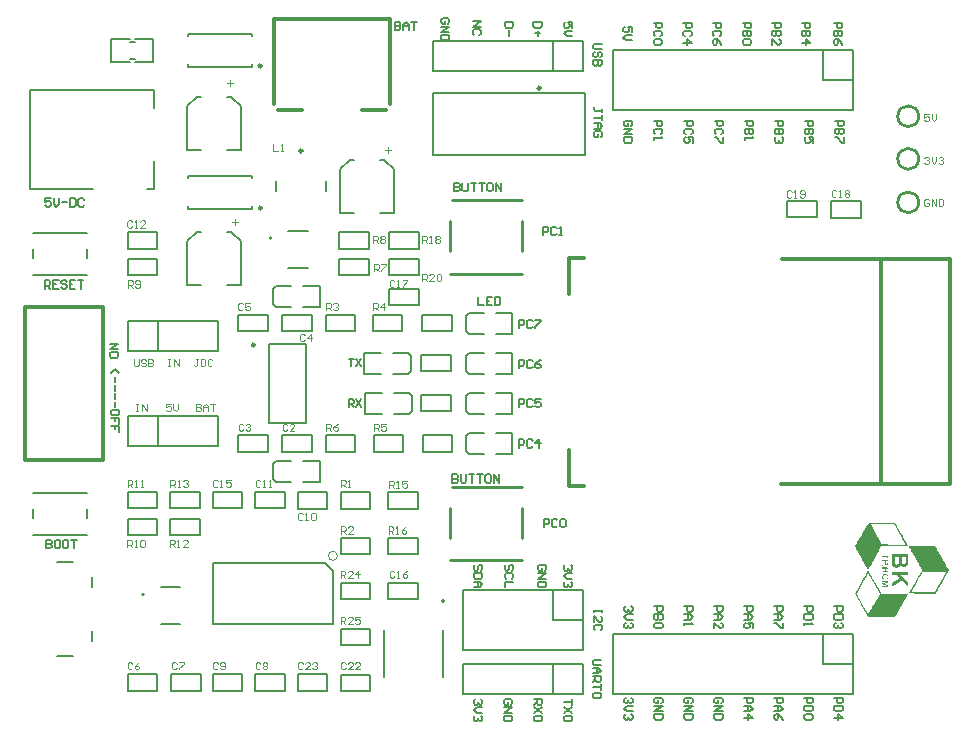
<source format=gbr>
%TF.GenerationSoftware,Altium Limited,Altium Designer,24.9.1 (31)*%
G04 Layer_Color=65535*
%FSLAX45Y45*%
%MOMM*%
%TF.SameCoordinates,87F55232-172A-40C5-9850-FF0673041AA3*%
%TF.FilePolarity,Positive*%
%TF.FileFunction,Legend,Top*%
%TF.Part,Single*%
G01*
G75*
%TA.AperFunction,NonConductor*%
%ADD53C,0.00000*%
%ADD54C,0.25000*%
%ADD55C,0.25400*%
%ADD56C,0.20000*%
%ADD57C,0.30000*%
%ADD58C,0.05000*%
%ADD59C,0.20320*%
%ADD60C,0.12700*%
%ADD61C,0.15240*%
%ADD62C,0.17780*%
%ADD63C,0.10000*%
G36*
X7410914Y1456962D02*
X7411655Y1455481D01*
Y1422892D01*
X7410914Y1420670D01*
Y1419929D01*
X7410174Y1417707D01*
X7409433Y1416966D01*
X7408692Y1416226D01*
X7407211Y1416966D01*
X7406470Y1417707D01*
X7405730Y1419188D01*
Y1421410D01*
X7404989Y1423632D01*
Y1424373D01*
X7403508Y1431780D01*
X7359808Y1432520D01*
Y1441408D01*
X7382028D01*
X7387954D01*
X7393138Y1442149D01*
X7396101D01*
X7399064Y1442890D01*
X7401286D01*
X7402026Y1443630D01*
X7402767D01*
X7403508Y1444371D01*
X7404248Y1445112D01*
X7405730Y1448815D01*
Y1453259D01*
X7406470Y1456222D01*
X7407211Y1457703D01*
X7408692D01*
X7410174D01*
X7410914Y1456962D01*
D02*
G37*
G36*
X7410174Y1405116D02*
X7410914D01*
X7411655Y1403634D01*
Y1396969D01*
X7410914Y1391784D01*
Y1385118D01*
X7410174Y1381415D01*
Y1378452D01*
X7409433Y1376230D01*
X7408692Y1374008D01*
Y1373267D01*
X7405730Y1370305D01*
X7402767Y1368083D01*
X7399804Y1366601D01*
X7398323D01*
X7393138D01*
X7389435Y1368083D01*
X7386472Y1369564D01*
X7385732Y1370305D01*
X7384250Y1372527D01*
X7382769Y1374749D01*
X7382028Y1376971D01*
Y1377711D01*
X7381288Y1381415D01*
X7380547Y1385859D01*
X7379806Y1390303D01*
Y1394006D01*
X7379066Y1394747D01*
X7378325Y1396228D01*
X7377584Y1396969D01*
X7373140Y1397709D01*
X7369437D01*
X7366474Y1398450D01*
X7364252D01*
X7362030Y1399190D01*
X7361290D01*
X7359808Y1399931D01*
X7359068Y1401412D01*
Y1405856D01*
X7384250D01*
X7391657D01*
X7397582D01*
X7401286D01*
X7402767D01*
X7405730D01*
X7407211D01*
X7410174Y1405116D01*
D02*
G37*
G36*
X7364993Y1363639D02*
X7365734Y1362898D01*
X7366474D01*
X7367215Y1360676D01*
Y1358454D01*
X7366474Y1357713D01*
X7364993Y1356973D01*
X7364252D01*
X7363512D01*
X7362030D01*
X7360549D01*
X7359808Y1357713D01*
X7359068Y1359195D01*
Y1359935D01*
X7359808Y1362898D01*
X7360549Y1363639D01*
X7362030Y1364379D01*
X7363512D01*
X7364993Y1363639D01*
D02*
G37*
G36*
X7568676Y1456962D02*
X7573120D01*
X7575342D01*
X7576823D01*
X7577564D01*
X7578304D01*
X7579045Y1455481D01*
X7579786Y1452518D01*
Y1388821D01*
X7579045Y1385118D01*
Y1381415D01*
X7578304Y1376230D01*
X7577564Y1371786D01*
X7576823Y1369564D01*
Y1368823D01*
X7572379Y1362157D01*
X7567935Y1357713D01*
X7564972Y1354751D01*
X7564232Y1354010D01*
X7563491D01*
X7556825Y1350307D01*
X7550900Y1348825D01*
X7546456Y1348085D01*
X7544974D01*
X7544234D01*
X7539049Y1348825D01*
X7534605Y1349566D01*
X7531643Y1351047D01*
X7530902Y1351788D01*
X7526458Y1354751D01*
X7523495Y1357713D01*
X7520533Y1359935D01*
X7519792Y1361417D01*
X7514607Y1367342D01*
X7511645Y1360676D01*
X7507941Y1354751D01*
X7503497Y1350307D01*
X7499053Y1347344D01*
X7495350Y1344381D01*
X7490906Y1342900D01*
X7487943Y1342159D01*
X7485721Y1341419D01*
X7484981D01*
X7478315D01*
X7472389Y1342159D01*
X7467205Y1343641D01*
X7462761Y1345863D01*
X7459057Y1348085D01*
X7456095Y1350307D01*
X7454613Y1351788D01*
X7453873Y1352529D01*
X7448688Y1357713D01*
X7445726Y1362898D01*
X7444985Y1367342D01*
X7444244Y1368083D01*
Y1368823D01*
X7443504Y1373267D01*
Y1379933D01*
X7442763Y1388081D01*
Y1396228D01*
X7442022Y1403634D01*
Y1416226D01*
X7441282Y1456962D01*
X7508682Y1457703D01*
X7519051D01*
X7527939D01*
X7536087D01*
X7543493D01*
X7548678D01*
X7553122D01*
X7556084D01*
X7556825D01*
X7563491D01*
X7568676Y1456962D01*
D02*
G37*
G36*
X7469427Y1718417D02*
X7470167Y1716935D01*
X7471649Y1715454D01*
X7473130Y1712491D01*
X7475352Y1708788D01*
X7480537Y1699159D01*
X7486462Y1689531D01*
X7492387Y1679902D01*
X7497572Y1671014D01*
X7499053Y1668052D01*
X7500535Y1665089D01*
X7502016Y1663608D01*
Y1662867D01*
X7513126Y1643610D01*
X7523495Y1626574D01*
X7531643Y1611020D01*
X7539049Y1597688D01*
X7544974Y1587319D01*
X7547196Y1582875D01*
X7549418Y1579172D01*
X7550900Y1576209D01*
X7552381Y1573987D01*
X7553122Y1573247D01*
Y1572506D01*
X7558306Y1563618D01*
X7562010Y1555471D01*
X7564232Y1552508D01*
X7564972Y1550286D01*
X7566454Y1548805D01*
Y1548064D01*
X7569416Y1543620D01*
X7570898Y1540657D01*
X7574601Y1535473D01*
X7576082Y1533251D01*
X7576823Y1532510D01*
X7582008Y1524363D01*
X7467205Y1522881D01*
X7352402Y1522141D01*
X7333885Y1489552D01*
X7327960Y1479182D01*
X7322035Y1469554D01*
X7319813Y1465850D01*
X7317591Y1462888D01*
X7316850Y1460666D01*
X7316109Y1459925D01*
X7310184Y1448815D01*
X7307962Y1444371D01*
X7305740Y1440668D01*
X7304259Y1437705D01*
X7302777Y1435483D01*
X7302037Y1434742D01*
Y1434002D01*
X7297593Y1426595D01*
X7293149Y1419188D01*
X7291667Y1416226D01*
X7290186Y1413263D01*
X7289445Y1411782D01*
X7288705Y1411041D01*
X7282779Y1400672D01*
X7277595Y1391784D01*
X7276113Y1388821D01*
X7274632Y1386599D01*
X7273151Y1385118D01*
Y1384377D01*
X7268707Y1375489D01*
X7265004Y1368083D01*
X7262782Y1365120D01*
X7262041Y1362898D01*
X7260560Y1361417D01*
Y1360676D01*
X7258338Y1356232D01*
X7256116Y1353269D01*
X7253894Y1348085D01*
X7252412Y1345863D01*
X7251672Y1345122D01*
X7249450Y1340678D01*
X7247228Y1337715D01*
X7245746Y1334753D01*
X7245006Y1333271D01*
X7243524Y1331049D01*
X7242784Y1330309D01*
X7241302Y1329568D01*
X7239821Y1328827D01*
X7239080Y1329568D01*
X7238340Y1330309D01*
X7236858Y1332531D01*
X7233896Y1338456D01*
X7231674Y1341419D01*
X7230192Y1344381D01*
X7229452Y1345863D01*
X7228711Y1346603D01*
X7221304Y1359195D01*
X7217601Y1365861D01*
X7213898Y1371786D01*
X7210935Y1376971D01*
X7208713Y1381415D01*
X7207232Y1384377D01*
X7206491Y1385118D01*
X7196862Y1401412D01*
X7192418Y1408819D01*
X7188715Y1416226D01*
X7185752Y1422151D01*
X7182790Y1426595D01*
X7181308Y1429558D01*
X7180568Y1431039D01*
X7176124Y1439186D01*
X7171680Y1446593D01*
X7167977Y1452518D01*
X7165014Y1456962D01*
X7162792Y1461406D01*
X7161311Y1463628D01*
X7159829Y1465110D01*
Y1465850D01*
X7154645Y1474738D01*
X7150201Y1482886D01*
X7148719Y1486589D01*
X7147238Y1488811D01*
X7145757Y1490292D01*
Y1491033D01*
X7141313Y1498439D01*
X7137609Y1503624D01*
X7136128Y1507327D01*
X7135387Y1508068D01*
X7127240Y1521400D01*
X7130203Y1527325D01*
X7131684Y1530288D01*
X7133906Y1534732D01*
X7137609Y1539917D01*
X7140572Y1545842D01*
X7144275Y1551767D01*
X7146497Y1556952D01*
X7148719Y1559915D01*
X7149460Y1561396D01*
X7156126Y1573247D01*
X7163533Y1585097D01*
X7170939Y1597688D01*
X7178346Y1610280D01*
X7184271Y1620649D01*
X7189456Y1629537D01*
X7190937Y1632500D01*
X7192418Y1634722D01*
X7193900Y1636203D01*
Y1636944D01*
X7200566Y1649535D01*
X7204269Y1655460D01*
X7207232Y1660645D01*
X7209454Y1665089D01*
X7211676Y1668792D01*
X7212416Y1671014D01*
X7213157Y1671755D01*
X7216860Y1677680D01*
X7220564Y1683605D01*
X7223526Y1688049D01*
X7225748Y1691753D01*
X7227230Y1695456D01*
X7228711Y1697678D01*
X7229452Y1698419D01*
Y1699159D01*
X7243524Y1722120D01*
X7354624D01*
X7466464D01*
X7469427Y1718417D01*
D02*
G37*
G36*
X7404989Y1342900D02*
X7407952D01*
X7409433D01*
X7410174Y1341419D01*
X7410914Y1340678D01*
X7411655Y1339197D01*
Y1336975D01*
X7410914Y1336234D01*
X7410174Y1335493D01*
X7409433D01*
X7407211Y1334753D01*
X7404248D01*
X7402026D01*
X7401286D01*
X7391657Y1334012D01*
Y1319939D01*
X7390916Y1318458D01*
Y1313273D01*
X7391657Y1312533D01*
X7392398Y1311792D01*
X7396101Y1311051D01*
X7396842D01*
X7397582D01*
X7403508Y1310311D01*
X7407211D01*
X7408692Y1309570D01*
X7409433D01*
X7410914Y1308089D01*
X7411655Y1306607D01*
Y1305126D01*
X7410914Y1303645D01*
X7410174Y1302164D01*
X7408692D01*
X7407952D01*
X7406470D01*
X7403508Y1301423D01*
X7396101D01*
X7391657D01*
X7388694D01*
X7386472D01*
X7385732D01*
X7359808D01*
Y1305126D01*
X7360549Y1308089D01*
X7361290Y1309570D01*
X7363512Y1310311D01*
X7367215D01*
X7369437Y1311051D01*
X7370918D01*
X7382769Y1311792D01*
Y1333271D01*
X7370918Y1334012D01*
X7365734D01*
X7362771D01*
X7361290Y1334753D01*
X7360549D01*
X7359808Y1335493D01*
X7359068Y1336975D01*
Y1339197D01*
X7359808Y1343641D01*
X7382769D01*
X7390176D01*
X7396101D01*
X7399064D01*
X7400545D01*
X7404989Y1342900D01*
D02*
G37*
G36*
X7394620Y1288091D02*
X7399064Y1285869D01*
X7402767Y1284388D01*
X7405730Y1282166D01*
X7407952Y1279944D01*
X7409433Y1277722D01*
X7410174Y1276981D01*
Y1276240D01*
X7410914Y1272537D01*
Y1270315D01*
X7411655Y1267352D01*
Y1265130D01*
X7412396Y1263649D01*
Y1259205D01*
X7411655Y1256983D01*
X7410914Y1256242D01*
Y1255502D01*
X7409433Y1251798D01*
X7408692Y1250317D01*
X7407952Y1249576D01*
X7405730Y1247354D01*
X7404989Y1246614D01*
X7404248D01*
X7401286Y1245132D01*
X7400545D01*
X7399064Y1245873D01*
X7398323Y1247354D01*
X7397582Y1248836D01*
Y1249576D01*
X7398323Y1251798D01*
X7399804Y1254020D01*
X7400545Y1255502D01*
X7401286Y1256242D01*
X7403508Y1257724D01*
X7404248Y1259205D01*
X7404989Y1259946D01*
Y1260686D01*
X7405730Y1262168D01*
Y1268834D01*
X7404989Y1271056D01*
X7404248Y1271796D01*
Y1272537D01*
X7402767Y1274018D01*
X7401286Y1274759D01*
X7399804Y1275500D01*
X7399064Y1276240D01*
X7394620Y1278462D01*
X7393138Y1279203D01*
X7392398D01*
X7389435D01*
X7387213D01*
X7384250D01*
X7383510D01*
X7379066D01*
X7376103Y1278462D01*
X7374622D01*
X7373881D01*
X7370918Y1276240D01*
X7370178Y1274759D01*
X7369437D01*
X7367215Y1271056D01*
X7366474Y1267352D01*
X7365734Y1265130D01*
Y1264390D01*
X7367215Y1260686D01*
X7368696Y1257724D01*
X7370178Y1256242D01*
X7370918Y1255502D01*
X7374622Y1252539D01*
X7375362Y1251798D01*
X7376103Y1250317D01*
Y1248095D01*
X7375362Y1246614D01*
X7373881Y1245873D01*
X7370918Y1245132D01*
X7368696Y1245873D01*
X7367956Y1246614D01*
X7364252Y1249576D01*
X7361290Y1253280D01*
X7359808Y1256242D01*
X7359068Y1256983D01*
Y1257724D01*
X7358327Y1262168D01*
X7357587Y1265871D01*
X7358327Y1268834D01*
Y1269574D01*
X7359808Y1274018D01*
X7362030Y1277722D01*
X7363512Y1280684D01*
X7364252Y1281425D01*
X7367956Y1284388D01*
X7371659Y1286610D01*
X7379806Y1288091D01*
X7382769Y1288832D01*
X7385732D01*
X7387954D01*
X7388694D01*
X7394620Y1288091D01*
D02*
G37*
G36*
X7576823Y1304386D02*
X7578304D01*
X7579045D01*
X7579786Y1303645D01*
Y1279203D01*
X7549418Y1278462D01*
X7540531D01*
X7533865Y1277722D01*
X7529421D01*
X7528680D01*
X7527939D01*
X7524977D01*
X7523495Y1276981D01*
X7520533D01*
X7519792D01*
X7520533Y1276240D01*
X7521273Y1275500D01*
X7524236Y1272537D01*
X7527199Y1269574D01*
X7528680Y1268093D01*
X7536087Y1261427D01*
X7542753Y1254020D01*
X7545715Y1251798D01*
X7547937Y1249576D01*
X7549418Y1248095D01*
X7550159Y1247354D01*
X7580526Y1218468D01*
Y1193286D01*
X7579786Y1191064D01*
Y1186620D01*
X7579045Y1185879D01*
X7577564Y1187361D01*
X7574601Y1189583D01*
X7571638Y1191805D01*
X7570898Y1193286D01*
X7570157D01*
X7564232Y1199211D01*
X7558306Y1205137D01*
X7553862Y1209581D01*
X7553122Y1210321D01*
X7552381Y1211062D01*
X7544974Y1217728D01*
X7539049Y1222912D01*
X7535346Y1226616D01*
X7534605Y1228097D01*
X7533865D01*
X7529421Y1231800D01*
X7527199Y1234022D01*
X7526458Y1234763D01*
X7525717D01*
X7524236Y1233282D01*
X7519792Y1231060D01*
X7515348Y1228838D01*
X7513867Y1227356D01*
X7513126D01*
X7503497Y1220690D01*
X7493869Y1214765D01*
X7490165Y1211803D01*
X7487203Y1209581D01*
X7484981Y1208840D01*
X7484240Y1208099D01*
X7472389Y1200693D01*
X7467205Y1196989D01*
X7462761Y1194767D01*
X7459798Y1192545D01*
X7456835Y1191064D01*
X7455354Y1189583D01*
X7454613D01*
X7450910Y1187361D01*
X7447948Y1185139D01*
X7445726Y1184398D01*
X7444244Y1183657D01*
X7442022Y1182917D01*
X7441282Y1183657D01*
Y1202915D01*
X7442022Y1206618D01*
X7442763Y1209581D01*
X7443504Y1211803D01*
X7444244Y1214765D01*
X7444985Y1215506D01*
X7447207Y1216987D01*
X7451651Y1219950D01*
X7456835Y1222912D01*
X7462761Y1226616D01*
X7467945Y1229578D01*
X7473130Y1232541D01*
X7476093Y1234763D01*
X7477574Y1235504D01*
X7485721Y1240688D01*
X7491647Y1244392D01*
X7496091Y1247354D01*
X7496831Y1248095D01*
X7497572D01*
X7500535Y1249576D01*
X7502757Y1251058D01*
X7505719Y1253280D01*
X7506460Y1254020D01*
X7505719Y1254761D01*
X7504979Y1256242D01*
X7504238Y1257724D01*
X7503497Y1258464D01*
X7499053Y1264390D01*
X7496831Y1266612D01*
X7496091Y1267352D01*
X7484981Y1278462D01*
X7466464D01*
X7460539D01*
X7455354D01*
X7452391Y1279203D01*
X7450910D01*
X7447207D01*
X7445726D01*
X7444244D01*
X7442763Y1282166D01*
X7442022Y1285869D01*
X7441282Y1289572D01*
Y1296979D01*
X7442022Y1300682D01*
X7442763Y1302164D01*
Y1302904D01*
X7443504Y1303645D01*
X7444985D01*
X7449429Y1304386D01*
X7453873Y1305126D01*
X7454613D01*
X7455354D01*
X7461279D01*
X7469427D01*
X7479055D01*
X7487943D01*
X7496831D01*
X7504979D01*
X7507201D01*
X7509423D01*
X7510904D01*
X7511645D01*
X7521273D01*
X7530902D01*
X7539049D01*
X7545715D01*
X7551640D01*
X7555344D01*
X7558306D01*
X7559047D01*
X7565713D01*
X7570898D01*
X7573860D01*
X7576823Y1304386D01*
D02*
G37*
G36*
X7406470Y1231060D02*
X7408692D01*
X7410174Y1230319D01*
X7410914Y1228838D01*
X7411655Y1228097D01*
X7412396Y1224394D01*
Y1222912D01*
X7411655Y1219950D01*
X7410914Y1218468D01*
X7410174Y1216987D01*
X7409433D01*
X7407952Y1216246D01*
X7405730Y1215506D01*
X7399804Y1213284D01*
X7397582Y1212543D01*
X7394620Y1211803D01*
X7393138Y1211062D01*
X7392398D01*
X7388694Y1210321D01*
X7385732Y1209581D01*
X7383510Y1208840D01*
X7382769D01*
X7380547Y1207359D01*
X7379066Y1206618D01*
X7378325Y1205877D01*
X7379066Y1205137D01*
X7381288Y1204396D01*
X7383510Y1202915D01*
X7384250D01*
X7390916Y1200693D01*
X7397582Y1199211D01*
X7400545Y1198471D01*
X7403508Y1197730D01*
X7404989Y1196989D01*
X7405730D01*
X7408692Y1196249D01*
X7410174Y1195508D01*
X7410914Y1194767D01*
X7411655Y1193286D01*
X7412396Y1191064D01*
Y1181435D01*
X7387213Y1179954D01*
X7380547D01*
X7375362D01*
X7371659D01*
X7370918D01*
X7370178D01*
X7365734D01*
X7362771Y1180695D01*
X7361290Y1181435D01*
X7360549D01*
X7359808Y1182176D01*
X7359068Y1182917D01*
Y1185139D01*
X7359808Y1186620D01*
X7361290Y1187361D01*
X7362030Y1188101D01*
X7362771D01*
X7364252D01*
X7366474D01*
X7372400D01*
X7377584Y1188842D01*
X7379066D01*
X7379806D01*
X7384991D01*
X7389435D01*
X7391657Y1189583D01*
X7392398D01*
X7395360Y1190323D01*
X7396101D01*
Y1191064D01*
X7394620Y1191805D01*
X7392398Y1192545D01*
X7390176Y1193286D01*
X7389435Y1194027D01*
X7385732Y1194767D01*
X7381288Y1196249D01*
X7379066Y1196989D01*
X7377584D01*
X7373881Y1197730D01*
X7370178Y1199211D01*
X7365734Y1199952D01*
X7363512Y1201433D01*
X7362771D01*
X7361290Y1202174D01*
X7359808Y1202915D01*
X7359068Y1203655D01*
Y1208099D01*
X7359808Y1209581D01*
Y1210321D01*
X7361290Y1211062D01*
X7362771Y1211803D01*
X7364993Y1212543D01*
X7365734D01*
X7370178Y1214024D01*
X7374622Y1214765D01*
X7377584Y1215506D01*
X7379066Y1216246D01*
X7383510Y1216987D01*
X7387213Y1218468D01*
X7390176Y1219209D01*
X7390916D01*
X7394620Y1219950D01*
X7396842Y1220690D01*
X7397582Y1221431D01*
X7396842D01*
X7395360D01*
X7393138Y1222172D01*
X7392398D01*
X7388694D01*
X7384991D01*
X7382028D01*
X7380547D01*
X7376103D01*
X7372400D01*
X7366474Y1222912D01*
X7363512Y1223653D01*
X7362771D01*
X7360549Y1225134D01*
X7359068Y1226616D01*
Y1228097D01*
X7359808Y1229578D01*
X7361290Y1230319D01*
X7362771Y1231060D01*
X7363512D01*
X7365734D01*
X7368696D01*
X7375362D01*
X7379066Y1231800D01*
X7382028D01*
X7383510D01*
X7384250D01*
X7392398D01*
X7397582D01*
X7401286D01*
X7402026D01*
X7406470Y1231060D01*
D02*
G37*
G36*
X7670147Y1521400D02*
X7681997D01*
X7693107D01*
X7702736D01*
X7709402D01*
X7712365D01*
X7714587D01*
X7715327D01*
X7716068D01*
X7808651D01*
X7813095Y1515475D01*
X7813836Y1513993D01*
X7815317Y1511031D01*
X7819761Y1504365D01*
X7821242Y1501402D01*
X7823464Y1498439D01*
X7824205Y1496217D01*
X7824945Y1495477D01*
X7833093Y1481404D01*
X7836796Y1474738D01*
X7840499Y1468813D01*
X7844203Y1462888D01*
X7846425Y1459184D01*
X7847906Y1456222D01*
X7848647Y1455481D01*
X7857535Y1438446D01*
X7861979Y1431039D01*
X7865682Y1424373D01*
X7868645Y1418448D01*
X7870867Y1414004D01*
X7872348Y1411041D01*
X7873089Y1410300D01*
X7877533Y1402153D01*
X7881977Y1395487D01*
X7884939Y1390303D01*
X7887902Y1385859D01*
X7890124Y1382155D01*
X7891605Y1379933D01*
X7892346Y1379193D01*
Y1378452D01*
X7896049Y1371786D01*
X7899753Y1365861D01*
X7902715Y1360676D01*
X7903456Y1359935D01*
Y1359195D01*
X7907900Y1351788D01*
X7910863Y1346603D01*
X7912344Y1342900D01*
X7913085Y1342159D01*
X7916047Y1336975D01*
X7917528Y1333271D01*
X7919010Y1330309D01*
X7919750Y1329568D01*
X7921232Y1326605D01*
X7922713Y1324383D01*
Y1322161D01*
X7921232Y1319939D01*
X7919010Y1314755D01*
X7916788Y1310311D01*
X7915306Y1308829D01*
Y1308089D01*
X7909381Y1297720D01*
X7904197Y1288832D01*
X7901975Y1285128D01*
X7900493Y1282166D01*
X7899753Y1280684D01*
X7899012Y1279944D01*
X7896790Y1276240D01*
X7893827Y1271796D01*
X7891605Y1268093D01*
X7890865Y1267352D01*
Y1266612D01*
X7887161Y1259205D01*
X7883458Y1253280D01*
X7881236Y1248836D01*
X7880495Y1248095D01*
Y1247354D01*
X7870867Y1230319D01*
X7861979Y1214024D01*
X7854572Y1200693D01*
X7847906Y1188842D01*
X7841981Y1179213D01*
X7838277Y1171807D01*
X7835315Y1167363D01*
X7834574Y1165881D01*
X7827908Y1154771D01*
X7822723Y1145883D01*
X7819020Y1139217D01*
X7816058Y1134773D01*
X7814576Y1131811D01*
X7813095Y1129589D01*
X7812354Y1128848D01*
X7808651Y1122923D01*
X7696811D01*
X7680516D01*
X7664962D01*
X7651630D01*
X7639779D01*
X7630892Y1123663D01*
X7623485D01*
X7619041D01*
X7618300D01*
X7617560D01*
X7611634D01*
X7607190D01*
X7599043Y1124404D01*
X7593118D01*
X7589414D01*
X7586452D01*
X7585711D01*
X7584970D01*
X7585711Y1125885D01*
Y1127367D01*
X7586452Y1129589D01*
X7587192Y1130329D01*
X7588674Y1132551D01*
X7589414Y1134773D01*
X7590896Y1136255D01*
Y1136995D01*
X7594599Y1142180D01*
X7595340Y1143661D01*
Y1144402D01*
X7598302Y1148846D01*
X7601265Y1154771D01*
X7605709Y1162178D01*
X7610153Y1169585D01*
X7613856Y1176991D01*
X7617560Y1182917D01*
X7619782Y1187361D01*
X7620522Y1188101D01*
Y1188842D01*
X7627929Y1201433D01*
X7633854Y1211062D01*
X7639039Y1219950D01*
X7642742Y1225875D01*
X7645705Y1231060D01*
X7647927Y1234763D01*
X7649408Y1236244D01*
Y1236985D01*
X7651630Y1242170D01*
X7654593Y1247354D01*
X7656815Y1251798D01*
X7657555Y1252539D01*
Y1253280D01*
X7661259Y1259205D01*
X7664962Y1264390D01*
X7666443Y1268093D01*
X7667184Y1269574D01*
X7670887Y1275500D01*
X7673850Y1281425D01*
X7676072Y1285869D01*
X7676813Y1286610D01*
Y1287350D01*
X7681257Y1294016D01*
X7684219Y1299201D01*
X7686441Y1302164D01*
X7687182Y1303645D01*
X7690145Y1308829D01*
X7692367Y1313273D01*
X7693107Y1316236D01*
X7693848Y1316977D01*
X7695329Y1319939D01*
X7696811Y1322161D01*
Y1322902D01*
X7696070Y1325124D01*
X7694589Y1328087D01*
X7693107Y1330309D01*
X7692367Y1331790D01*
X7689404Y1337715D01*
X7687182Y1342900D01*
X7684960Y1346603D01*
X7684219Y1347344D01*
Y1348085D01*
X7681997Y1352529D01*
X7679035Y1356973D01*
X7672369Y1368083D01*
X7669406Y1373267D01*
X7667184Y1377711D01*
X7665703Y1380674D01*
X7664962Y1381415D01*
X7655333Y1398450D01*
X7650149Y1406597D01*
X7646445Y1414004D01*
X7642742Y1419929D01*
X7639779Y1424373D01*
X7638298Y1427336D01*
X7637557Y1428817D01*
X7627929Y1446593D01*
X7623485Y1454000D01*
X7619782Y1460666D01*
X7616078Y1466591D01*
X7613856Y1471035D01*
X7612375Y1473998D01*
X7611634Y1474738D01*
X7607190Y1482145D01*
X7603487Y1488070D01*
X7601265Y1492514D01*
X7599043Y1496217D01*
X7597562Y1499180D01*
X7596080Y1500661D01*
X7595340Y1502143D01*
X7593118Y1507327D01*
X7590896Y1511031D01*
X7589414Y1513993D01*
X7588674Y1514734D01*
X7587192Y1517697D01*
X7586452Y1519178D01*
X7585711Y1519919D01*
Y1520659D01*
X7587192Y1521400D01*
X7587933Y1522141D01*
X7588674D01*
X7590155D01*
X7593118D01*
X7598302D01*
X7602746D01*
X7604228D01*
X7604968D01*
X7608672D01*
X7614597D01*
X7621263D01*
X7627929D01*
X7634595D01*
X7639779D01*
X7643483D01*
X7644964D01*
X7670147Y1521400D01*
D02*
G37*
G36*
X7239821Y1317717D02*
X7240562Y1316977D01*
X7241302Y1316236D01*
X7244265Y1312533D01*
X7245006Y1311792D01*
Y1311051D01*
X7246487Y1308089D01*
X7247968Y1305126D01*
X7249450Y1302904D01*
X7250190Y1302164D01*
X7253153Y1297720D01*
X7255375Y1294016D01*
X7256856Y1291054D01*
X7257597Y1290313D01*
X7259819Y1286610D01*
X7262782Y1281425D01*
X7269447Y1270315D01*
X7272410Y1265871D01*
X7274632Y1261427D01*
X7276113Y1258464D01*
X7276854Y1257724D01*
X7286483Y1239948D01*
X7290927Y1231800D01*
X7295371Y1224394D01*
X7299074Y1218468D01*
X7302037Y1214024D01*
X7303518Y1210321D01*
X7304259Y1209581D01*
X7309443Y1199952D01*
X7314628Y1191805D01*
X7319072Y1183657D01*
X7322775Y1176991D01*
X7325738Y1171066D01*
X7327960Y1166622D01*
X7329441Y1163659D01*
X7330182Y1162919D01*
X7333885Y1156253D01*
X7337589Y1150327D01*
X7339811Y1145883D01*
X7342033Y1142180D01*
X7342773Y1139958D01*
X7343514Y1138477D01*
X7344255Y1136995D01*
X7346477Y1132551D01*
X7347958Y1131811D01*
Y1131070D01*
X7350180Y1128848D01*
X7351661Y1127367D01*
X7352402Y1125885D01*
X7356105Y1121441D01*
X7467945D01*
X7484240D01*
X7499794D01*
X7513126D01*
X7524977D01*
X7534605D01*
X7541271D01*
X7545715D01*
X7547196D01*
X7553122D01*
X7558306D01*
X7566454Y1120701D01*
X7572379D01*
X7576082D01*
X7579045D01*
X7579786D01*
X7580526D01*
Y1119960D01*
X7579786Y1119220D01*
X7579045Y1118479D01*
X7576082Y1114035D01*
X7575342Y1112554D01*
X7574601Y1111813D01*
X7573120Y1108850D01*
X7570898Y1105888D01*
X7569416Y1102925D01*
X7568676Y1102184D01*
X7566454Y1097740D01*
X7564972Y1094037D01*
X7563491Y1091074D01*
X7562750Y1090334D01*
X7559788Y1085149D01*
X7556825Y1079964D01*
X7553862Y1075520D01*
X7552381Y1074039D01*
Y1073298D01*
X7547196Y1064410D01*
X7542753Y1056263D01*
X7540531Y1053300D01*
X7539790Y1051078D01*
X7538309Y1049597D01*
Y1048856D01*
X7532383Y1039228D01*
X7526458Y1028858D01*
X7523495Y1024415D01*
X7522014Y1020711D01*
X7520533Y1018489D01*
X7519792Y1017749D01*
X7511645Y1004417D01*
X7508682Y998491D01*
X7505719Y993307D01*
X7503497Y989603D01*
X7501275Y985900D01*
X7500535Y984419D01*
X7499794Y983678D01*
X7495350Y976271D01*
X7491647Y969605D01*
X7485721Y959236D01*
X7480537Y950348D01*
X7476833Y944423D01*
X7474611Y939979D01*
X7473130Y937016D01*
X7471649Y936275D01*
Y935535D01*
X7468686Y930350D01*
X7466464Y927388D01*
X7465723Y925906D01*
X7464983D01*
X7463501D01*
X7459798Y925166D01*
X7456095D01*
X7451651D01*
X7447207Y924425D01*
X7443504D01*
X7440541D01*
X7439800D01*
X7435356D01*
X7429431Y923684D01*
X7416840D01*
X7402767Y922944D01*
X7387954D01*
X7373881D01*
X7367956D01*
X7362771D01*
X7358327D01*
X7355365D01*
X7353143D01*
X7352402D01*
X7242784D01*
X7239821Y927388D01*
X7237599Y930350D01*
X7236858Y931091D01*
X7236118Y931832D01*
X7233896Y935535D01*
X7233155Y936275D01*
Y937016D01*
X7230933Y940719D01*
X7228711Y945163D01*
X7226489Y948867D01*
X7225748Y949607D01*
Y950348D01*
X7222045Y957014D01*
X7219082Y962939D01*
X7216120Y967383D01*
X7215379Y968124D01*
Y968865D01*
X7210935Y977012D01*
X7205010Y986641D01*
X7199084Y997751D01*
X7193159Y1008861D01*
X7187974Y1018489D01*
X7183530Y1027377D01*
X7181308Y1030340D01*
X7180568Y1032562D01*
X7179086Y1034043D01*
Y1034784D01*
X7170199Y1051078D01*
X7162051Y1065151D01*
X7155385Y1077002D01*
X7150201Y1086630D01*
X7145757Y1094037D01*
X7142794Y1099222D01*
X7141313Y1102925D01*
X7140572Y1103666D01*
X7138350Y1108850D01*
X7136128Y1112554D01*
X7134647Y1115516D01*
X7133906Y1116257D01*
X7132425Y1119220D01*
X7131684Y1121441D01*
X7130943Y1122182D01*
X7131684Y1122923D01*
X7132425Y1125145D01*
X7133165Y1126626D01*
Y1127367D01*
X7135387Y1132551D01*
X7136869Y1134773D01*
Y1135514D01*
X7139831Y1141439D01*
X7142053Y1146624D01*
X7144275Y1150327D01*
X7145016Y1151068D01*
Y1151809D01*
X7147238Y1155512D01*
X7150201Y1160697D01*
X7153904Y1165881D01*
X7156867Y1171807D01*
X7160570Y1177732D01*
X7163533Y1182176D01*
X7165014Y1185139D01*
X7165755Y1186620D01*
X7168717Y1193286D01*
X7171680Y1198471D01*
X7173902Y1202915D01*
X7174642Y1203655D01*
Y1204396D01*
X7177605Y1209581D01*
X7179827Y1213284D01*
X7180568Y1215506D01*
X7181308Y1216246D01*
X7183530Y1219209D01*
X7185012Y1222172D01*
X7186493Y1225134D01*
X7187234Y1226616D01*
X7190196Y1231800D01*
X7192418Y1236244D01*
X7193900Y1239207D01*
X7194640Y1240688D01*
X7197603Y1245132D01*
X7200566Y1251058D01*
X7203528Y1255502D01*
X7204269Y1256242D01*
Y1256983D01*
X7208713Y1264390D01*
X7211676Y1270315D01*
X7213898Y1274018D01*
X7214638Y1274759D01*
Y1275500D01*
X7218342Y1281425D01*
X7221304Y1287350D01*
X7223526Y1291794D01*
X7224267Y1292535D01*
Y1293276D01*
X7227970Y1299201D01*
X7230192Y1302904D01*
X7230933Y1305867D01*
X7231674Y1306607D01*
X7233896Y1310311D01*
X7235377Y1313273D01*
X7236858Y1314755D01*
Y1315495D01*
X7238340Y1316977D01*
X7239080Y1317717D01*
X7239821Y1318458D01*
Y1317717D01*
D02*
G37*
%LPC*%
G36*
X7402026Y1396969D02*
X7401286D01*
X7397582D01*
X7396101D01*
X7395360D01*
X7387213Y1396228D01*
Y1388081D01*
X7387954Y1383637D01*
Y1382155D01*
X7388694Y1379933D01*
Y1378452D01*
X7389435Y1377711D01*
X7391657Y1376971D01*
X7393879Y1376230D01*
X7395360D01*
X7396101D01*
X7399064D01*
X7400545Y1376971D01*
X7402026Y1377711D01*
Y1378452D01*
X7403508Y1381415D01*
X7404989Y1383637D01*
Y1395487D01*
X7402767Y1396228D01*
X7402026Y1396969D01*
D02*
G37*
G36*
X7553122Y1430298D02*
X7552381D01*
X7548678D01*
X7544974D01*
X7542012D01*
X7540531D01*
X7524236D01*
Y1402894D01*
X7524977Y1396969D01*
Y1391784D01*
X7525717Y1387340D01*
X7526458Y1384377D01*
Y1382896D01*
X7527199Y1381415D01*
X7528680Y1379193D01*
X7530902Y1376971D01*
X7536087Y1374749D01*
X7540531Y1374008D01*
X7542012D01*
X7542753D01*
X7547196D01*
X7547937Y1374749D01*
X7548678D01*
X7553122Y1376230D01*
X7553862Y1376971D01*
X7554603Y1377711D01*
X7556825Y1382896D01*
X7557566Y1384377D01*
Y1387340D01*
X7558306Y1389562D01*
Y1396228D01*
X7559047Y1399931D01*
Y1416966D01*
X7558306Y1420670D01*
Y1429558D01*
X7556825D01*
X7555344D01*
X7553122Y1430298D01*
D02*
G37*
G36*
X7496091D02*
X7495350D01*
X7490906D01*
X7486462D01*
X7483499D01*
X7482018D01*
X7463501D01*
Y1393265D01*
X7464242Y1388821D01*
Y1382896D01*
X7464983Y1381415D01*
Y1379933D01*
X7467205Y1375489D01*
X7470167Y1372527D01*
X7472389Y1371045D01*
X7473130Y1370305D01*
X7479055Y1368823D01*
X7484240D01*
X7487203Y1369564D01*
X7488684D01*
X7493128Y1371786D01*
X7496831Y1374008D01*
X7498313Y1376971D01*
X7499053Y1377711D01*
X7499794Y1380674D01*
X7500535Y1383637D01*
X7501275Y1386599D01*
Y1387340D01*
X7502016Y1392525D01*
Y1398450D01*
X7502757Y1402894D01*
Y1428076D01*
X7502016Y1429558D01*
X7500535D01*
X7498313D01*
X7496091Y1430298D01*
D02*
G37*
G36*
X7419802Y1711010D02*
X7407211D01*
X7393879D01*
X7382769D01*
X7376844D01*
X7372400D01*
X7368696D01*
X7365734D01*
X7364252D01*
X7363512D01*
X7348699D01*
X7334626D01*
X7322775D01*
X7313147D01*
X7304999D01*
X7299074D01*
X7295371D01*
X7293889D01*
X7285001D01*
X7277595Y1710269D01*
X7273151D01*
X7269447D01*
X7267225Y1709529D01*
X7266485D01*
X7265744D01*
X7266485Y1706566D01*
X7267225Y1705825D01*
Y1705085D01*
X7269447Y1699900D01*
X7270929Y1697678D01*
Y1696937D01*
X7272410Y1694715D01*
X7273891Y1691012D01*
X7277595Y1684346D01*
X7279076Y1680643D01*
X7280557Y1678421D01*
X7282039Y1676199D01*
Y1675458D01*
X7289445Y1662867D01*
X7292408Y1657682D01*
X7295371Y1652498D01*
X7297593Y1648054D01*
X7299815Y1644350D01*
X7300555Y1642128D01*
X7301296Y1641388D01*
X7309443Y1625834D01*
X7317591Y1611761D01*
X7324257Y1599910D01*
X7329441Y1589541D01*
X7333885Y1581394D01*
X7336848Y1576209D01*
X7339070Y1572506D01*
X7339811Y1571025D01*
X7344995Y1562137D01*
X7349439Y1555471D01*
X7352402Y1549545D01*
X7354624Y1545842D01*
X7356105Y1543620D01*
X7356846Y1542139D01*
X7357587Y1541398D01*
X7358327Y1540657D01*
X7360549Y1539917D01*
X7364993Y1539176D01*
X7369437D01*
X7370918D01*
X7371659D01*
X7374622D01*
X7379066D01*
X7384250Y1538435D01*
X7390916D01*
X7404989D01*
X7419802Y1537695D01*
X7433875D01*
X7440541Y1536954D01*
X7445726D01*
X7450910D01*
X7454613D01*
X7456835D01*
X7457576D01*
X7470167D01*
X7482018D01*
X7492387D01*
X7501275D01*
X7509423D01*
X7516089D01*
X7522755D01*
X7527199D01*
X7531643D01*
X7534605D01*
X7539790D01*
X7542012D01*
X7542753D01*
X7547196D01*
X7550159Y1537695D01*
X7552381Y1538435D01*
X7553862D01*
X7556084Y1539917D01*
Y1541398D01*
X7555344Y1542879D01*
X7554603Y1544361D01*
Y1545101D01*
X7552381Y1548805D01*
X7551640Y1550286D01*
Y1551027D01*
X7547196Y1559915D01*
X7541271Y1569543D01*
X7536087Y1579172D01*
X7530902Y1588800D01*
X7525717Y1597688D01*
X7522014Y1604354D01*
X7519051Y1609539D01*
X7518311Y1610280D01*
Y1611020D01*
X7510904Y1624352D01*
X7504238Y1635462D01*
X7499053Y1644350D01*
X7495350Y1651757D01*
X7491647Y1656942D01*
X7489425Y1660645D01*
X7488684Y1662867D01*
X7487943Y1663608D01*
X7483499Y1671755D01*
X7480537Y1678421D01*
X7476833Y1684346D01*
X7474611Y1688790D01*
X7472389Y1692493D01*
X7471649Y1694715D01*
X7470167Y1696197D01*
Y1696937D01*
X7467945Y1699900D01*
X7466464Y1702863D01*
X7464242Y1705825D01*
X7462761Y1707307D01*
X7462020Y1708047D01*
X7460539Y1708788D01*
X7458317D01*
X7454613Y1709529D01*
X7450170D01*
X7446466Y1710269D01*
X7442763D01*
X7440541D01*
X7439800D01*
X7435356D01*
X7430912D01*
X7419802Y1711010D01*
D02*
G37*
G36*
X7846425Y1309570D02*
X7834574D01*
X7824205D01*
X7814576D01*
X7807170D01*
X7804207D01*
X7801985D01*
X7801244D01*
X7800504D01*
X7790875D01*
X7781246D01*
X7773099D01*
X7764952D01*
X7758286D01*
X7752360D01*
X7741991Y1308829D01*
X7734584D01*
X7728659D01*
X7725697D01*
X7724956D01*
X7718290Y1308089D01*
X7713105D01*
X7709402Y1307348D01*
X7706439D01*
X7704217Y1306607D01*
X7703477D01*
X7702736D01*
X7701995Y1305126D01*
X7700514Y1303645D01*
X7699773Y1302164D01*
X7699033Y1301423D01*
X7696811Y1297720D01*
X7694589Y1294016D01*
X7693107Y1291054D01*
X7692367Y1290313D01*
X7690145Y1286610D01*
X7687182Y1282166D01*
X7681257Y1271796D01*
X7679035Y1266612D01*
X7676813Y1262908D01*
X7675331Y1259946D01*
X7674591Y1259205D01*
X7665703Y1242170D01*
X7661259Y1234022D01*
X7657555Y1227356D01*
X7653852Y1221431D01*
X7650889Y1216246D01*
X7649408Y1213284D01*
X7648667Y1212543D01*
X7643483Y1203655D01*
X7639039Y1195508D01*
X7635336Y1188101D01*
X7631632Y1181435D01*
X7628670Y1176251D01*
X7626448Y1172547D01*
X7624966Y1169585D01*
X7624226Y1168844D01*
X7620522Y1162178D01*
X7617560Y1156253D01*
X7615338Y1152549D01*
X7613856Y1149587D01*
X7612375Y1147365D01*
Y1146624D01*
X7611634Y1145883D01*
X7609412Y1142180D01*
X7608672Y1140699D01*
X7607190Y1137736D01*
Y1136995D01*
X7608672D01*
X7611634Y1136255D01*
X7616078D01*
X7622004D01*
X7627188D01*
X7631632D01*
X7634595D01*
X7636076D01*
X7647186D01*
X7659037D01*
X7670887D01*
X7681997D01*
X7691626D01*
X7699033D01*
X7701995D01*
X7704217D01*
X7704958D01*
X7705699D01*
X7802726D01*
X7813095Y1154031D01*
X7814576Y1156993D01*
X7817539Y1161437D01*
X7823464Y1171807D01*
X7826427Y1176991D01*
X7828649Y1181435D01*
X7830130Y1184398D01*
X7830871Y1185139D01*
X7841240Y1203655D01*
X7846425Y1211803D01*
X7850869Y1219950D01*
X7854572Y1226616D01*
X7857535Y1231800D01*
X7859757Y1234763D01*
X7860497Y1236244D01*
X7866423Y1246614D01*
X7871607Y1255502D01*
X7876051Y1263649D01*
X7879755Y1271056D01*
X7882717Y1276240D01*
X7885680Y1280684D01*
X7886421Y1283647D01*
X7887161Y1284388D01*
X7890865Y1291054D01*
X7893827Y1296238D01*
X7895309Y1299942D01*
X7896790Y1302164D01*
X7897531Y1303645D01*
X7898271Y1304386D01*
Y1305867D01*
X7897531Y1306607D01*
Y1307348D01*
X7896049D01*
X7893087Y1308089D01*
X7887902D01*
X7882717D01*
X7877533Y1308829D01*
X7873089D01*
X7870126D01*
X7868645D01*
X7857535D01*
X7846425Y1309570D01*
D02*
G37*
G36*
X7240562Y1291054D02*
X7239080D01*
X7238340Y1290313D01*
X7236858Y1288832D01*
X7235377Y1286610D01*
X7233896Y1284388D01*
X7233155Y1283647D01*
X7230933Y1279944D01*
X7228711Y1276240D01*
X7227230Y1273278D01*
X7226489Y1272537D01*
X7222045Y1263649D01*
X7218342Y1256242D01*
X7215379Y1251798D01*
X7214638Y1251058D01*
Y1250317D01*
X7212416Y1246614D01*
X7210194Y1242170D01*
X7204269Y1232541D01*
X7202047Y1228838D01*
X7199825Y1225134D01*
X7199084Y1222912D01*
X7198344Y1222172D01*
X7190937Y1209581D01*
X7187974Y1203655D01*
X7185012Y1198471D01*
X7182049Y1193286D01*
X7179827Y1189583D01*
X7179086Y1187361D01*
X7178346Y1186620D01*
X7170199Y1171807D01*
X7166495Y1165141D01*
X7162792Y1158475D01*
X7159089Y1152549D01*
X7156867Y1148105D01*
X7155385Y1145143D01*
X7154645Y1144402D01*
X7152423Y1138477D01*
X7150201Y1134033D01*
X7148719Y1131070D01*
X7147979Y1129589D01*
X7145757Y1125145D01*
X7145016Y1122923D01*
X7144275Y1121441D01*
X7145016Y1119960D01*
X7145757Y1118479D01*
X7146497Y1116998D01*
Y1116257D01*
X7149460Y1110332D01*
X7150941Y1108110D01*
Y1107369D01*
X7151682Y1105147D01*
X7153904Y1102925D01*
X7157607Y1095518D01*
X7162792Y1086630D01*
X7167977Y1077002D01*
X7173161Y1068114D01*
X7177605Y1059966D01*
X7179827Y1057004D01*
X7180568Y1054782D01*
X7182049Y1053300D01*
Y1052560D01*
X7191678Y1035524D01*
X7199825Y1020711D01*
X7207232Y1008120D01*
X7213157Y997751D01*
X7217601Y989603D01*
X7220564Y983678D01*
X7222786Y980715D01*
X7223526Y979234D01*
X7226489Y974049D01*
X7228711Y969605D01*
X7230933Y965902D01*
X7232414Y962939D01*
X7234636Y959236D01*
X7235377Y958495D01*
X7238340Y954792D01*
X7239821Y953311D01*
X7240562Y952570D01*
X7241302D01*
X7242043Y954051D01*
X7244265Y956273D01*
X7246487Y959236D01*
X7247228Y959977D01*
Y960717D01*
X7249450Y964421D01*
X7253153Y969605D01*
X7256116Y975531D01*
X7259819Y981456D01*
X7263522Y987381D01*
X7265744Y992566D01*
X7267966Y995529D01*
X7268707Y997010D01*
X7275373Y1009601D01*
X7282779Y1022193D01*
X7288705Y1034043D01*
X7294630Y1044412D01*
X7299815Y1053300D01*
X7303518Y1059966D01*
X7306481Y1064410D01*
X7307221Y1065151D01*
Y1065892D01*
X7313887Y1077742D01*
X7319813Y1087371D01*
X7324257Y1094778D01*
X7327960Y1100703D01*
X7330923Y1104406D01*
X7332404Y1107369D01*
X7333885Y1108850D01*
Y1109591D01*
X7336848Y1114776D01*
X7337589Y1116998D01*
Y1117738D01*
X7339070Y1119960D01*
X7339811Y1121441D01*
Y1122182D01*
X7339070Y1125145D01*
X7337589Y1128848D01*
X7335367Y1132551D01*
X7334626Y1133292D01*
Y1134033D01*
X7330182Y1141439D01*
X7326479Y1148846D01*
X7324997Y1151809D01*
X7323516Y1154031D01*
X7322035Y1155512D01*
Y1156253D01*
X7316850Y1165881D01*
X7311665Y1174029D01*
X7309443Y1177732D01*
X7307962Y1180695D01*
X7307221Y1182176D01*
X7306481Y1182917D01*
X7301296Y1191805D01*
X7297593Y1197730D01*
X7295371Y1201433D01*
X7294630Y1202915D01*
X7287223Y1215506D01*
X7280557Y1227356D01*
X7274632Y1237726D01*
X7269447Y1246614D01*
X7265004Y1254020D01*
X7261300Y1260686D01*
X7258338Y1266612D01*
X7255375Y1271056D01*
X7253153Y1274759D01*
X7251672Y1278462D01*
X7248709Y1282166D01*
X7247228Y1284388D01*
Y1285128D01*
X7245006Y1288091D01*
X7243524Y1289572D01*
X7242043Y1290313D01*
X7240562Y1291054D01*
D02*
G37*
%LPD*%
D53*
X2746100Y1442500D02*
G03*
X2746100Y1442500I-38100J0D01*
G01*
D54*
X2451010Y4872000D02*
G03*
X2451010Y4872000I-12500J0D01*
G01*
X4466500Y5403500D02*
G03*
X4466500Y5403500I-12500J0D01*
G01*
X2046140Y3229000D02*
G03*
X2046140Y3229000I-12500J0D01*
G01*
X2105100Y4388700D02*
G03*
X2105100Y4388700I-12500J0D01*
G01*
Y5591330D02*
G03*
X2105100Y5591330I-12500J0D01*
G01*
D55*
X7668260Y4803140D02*
G03*
X7668260Y4803140I-88900J0D01*
G01*
Y4434840D02*
G03*
X7668260Y4434840I-88900J0D01*
G01*
Y5163820D02*
G03*
X7668260Y5163820I-88900J0D01*
G01*
X4309600Y4021600D02*
Y4275600D01*
X3700000Y4021600D02*
Y4275600D01*
X3712700Y4453400D02*
X4309600D01*
X3700000Y3831100D02*
X4309600D01*
Y1595120D02*
Y1849120D01*
X3700000Y1595120D02*
Y1849120D01*
X3712700Y2026920D02*
X4309600D01*
X3700000Y1404620D02*
X4309600D01*
D56*
X1112360Y1115580D02*
G03*
X1112360Y1115580I-10000J0D01*
G01*
X3650400Y1060300D02*
G03*
X3650400Y1060300I-10000J0D01*
G01*
X2192500Y4133600D02*
G03*
X2192500Y4133600I-10000J0D01*
G01*
X171400Y3961900D02*
Y4038100D01*
X628600Y3961900D02*
Y4038100D01*
X171400Y3822200D02*
X628600D01*
X171400D02*
X628600D01*
X171400Y4177800D02*
X628600D01*
X2223400Y4532000D02*
Y4612000D01*
X2653400Y4532000D02*
Y4612000D01*
X5084000Y5724000D02*
X7116000D01*
X5084000Y5216000D02*
Y5724000D01*
Y5216000D02*
X7116000D01*
Y5724000D01*
X6862000Y5470000D02*
X7116000D01*
X6862000D02*
Y5724000D01*
X3560000Y4840000D02*
X4840000D01*
X3560000D02*
Y5360000D01*
X4840000D01*
Y4840000D02*
Y5360000D01*
X2171640Y2565000D02*
Y3235000D01*
X2481640Y2565000D02*
Y3235000D01*
X2171640D02*
X2481640D01*
X2171640Y2565000D02*
X2481640D01*
X3222200Y4347000D02*
Y4717000D01*
X3107200Y4797000D02*
X3142200D01*
X3222200Y4717000D01*
X3107200Y4347000D02*
X3222200D01*
X2772200D02*
X2887200D01*
X2772200Y4717000D02*
X2852200Y4797000D01*
X2887200D01*
X2772200Y4347000D02*
Y4717000D01*
X1477600Y4638700D02*
Y4661200D01*
X2027600Y4638700D02*
Y4661200D01*
X1477600Y4381200D02*
Y4403700D01*
X2027600Y4381200D02*
Y4403700D01*
X1477600Y4661200D02*
X2027600D01*
X1477600Y4381200D02*
X2027600D01*
X1033780Y5816600D02*
X1188720D01*
X1033780Y5623560D02*
X1188720D01*
Y5816600D01*
X833120Y5623560D02*
X988060D01*
X833120D02*
Y5816600D01*
X988060D01*
X672900Y1175600D02*
Y1260600D01*
X372900Y1390600D02*
X507900D01*
X372900Y590600D02*
X507900D01*
X672900Y720600D02*
Y805600D01*
X4826000Y5549900D02*
Y5803900D01*
X3556000Y5549900D02*
X4826000D01*
X3556000Y5803900D02*
X4826000D01*
X3556000Y5549900D02*
Y5803900D01*
X4572000Y5549900D02*
Y5803900D01*
X3811000Y273000D02*
Y527000D01*
X4827000D01*
X3811000Y273000D02*
X4827000D01*
Y527000D01*
X4573000Y273000D02*
Y527000D01*
X3812000Y1154000D02*
X4828000D01*
X3812000Y646000D02*
Y1154000D01*
Y646000D02*
X4828000D01*
Y1154000D01*
X4574000Y900000D02*
X4828000D01*
X4574000D02*
Y1154000D01*
X1226820Y2373000D02*
Y2627000D01*
X972820Y2373000D02*
Y2627000D01*
X1734820D01*
Y2373000D02*
Y2627000D01*
X972820Y2373000D02*
X1734820D01*
X171400Y1761900D02*
Y1838100D01*
X628600Y1761900D02*
Y1838100D01*
X171400Y1622200D02*
X628600D01*
X171400D02*
X628600D01*
X171400Y1977800D02*
X628600D01*
X1226820Y3173000D02*
Y3427000D01*
X972820Y3173000D02*
Y3427000D01*
X1734820D01*
Y3173000D02*
Y3427000D01*
X972820Y3173000D02*
X1734820D01*
X6862000Y530000D02*
Y784000D01*
Y530000D02*
X7116000D01*
Y276000D02*
Y784000D01*
X5084000Y276000D02*
X7116000D01*
X5084000D02*
Y784000D01*
X7116000D01*
X1476800Y4880400D02*
Y5250400D01*
X1556800Y5330400D02*
X1591800D01*
X1476800Y5250400D02*
X1556800Y5330400D01*
X1476800Y4880400D02*
X1591800D01*
X1811800D02*
X1926800D01*
X1846800Y5330400D02*
X1926800Y5250400D01*
X1811800Y5330400D02*
X1846800D01*
X1926800Y4880400D02*
Y5250400D01*
X1477600Y5583830D02*
X2027600D01*
X1477600Y5863830D02*
X2027600D01*
Y5583830D02*
Y5606330D01*
X1477600Y5583830D02*
Y5606330D01*
X2027600Y5841330D02*
Y5863830D01*
X1477600Y5841330D02*
Y5863830D01*
X1926800Y3737400D02*
Y4107400D01*
X1811800Y4187400D02*
X1846800D01*
X1926800Y4107400D01*
X1811800Y3737400D02*
X1926800D01*
X1476800D02*
X1591800D01*
X1476800Y4107400D02*
X1556800Y4187400D01*
X1591800D01*
X1476800Y3737400D02*
Y4107400D01*
X3720435Y2131725D02*
Y2061747D01*
X3755423D01*
X3767086Y2073410D01*
Y2085073D01*
X3755423Y2096736D01*
X3720435D01*
X3755423D01*
X3767086Y2108399D01*
Y2120062D01*
X3755423Y2131725D01*
X3720435D01*
X3790412D02*
Y2073410D01*
X3802075Y2061747D01*
X3825401D01*
X3837064Y2073410D01*
Y2131725D01*
X3860390D02*
X3907041D01*
X3883715D01*
Y2061747D01*
X3930367Y2131725D02*
X3977019D01*
X3953693D01*
Y2061747D01*
X4035333Y2131725D02*
X4012007D01*
X4000345Y2120062D01*
Y2073410D01*
X4012007Y2061747D01*
X4035333D01*
X4046996Y2073410D01*
Y2120062D01*
X4035333Y2131725D01*
X4070322Y2061747D02*
Y2131725D01*
X4116974Y2061747D01*
Y2131725D01*
X2843987Y2706484D02*
Y2766465D01*
X2873977D01*
X2883974Y2756468D01*
Y2736475D01*
X2873977Y2726478D01*
X2843987D01*
X2863981D02*
X2883974Y2706484D01*
X2903968Y2766465D02*
X2943955Y2706484D01*
Y2766465D02*
X2903968Y2706484D01*
X281620Y1575877D02*
Y1505900D01*
X316609D01*
X328272Y1517563D01*
Y1529226D01*
X316609Y1540889D01*
X281620D01*
X316609D01*
X328272Y1552552D01*
Y1564215D01*
X316609Y1575877D01*
X281620D01*
X386586D02*
X363260D01*
X351597Y1564215D01*
Y1517563D01*
X363260Y1505900D01*
X386586D01*
X398249Y1517563D01*
Y1564215D01*
X386586Y1575877D01*
X456564D02*
X433238D01*
X421575Y1564215D01*
Y1517563D01*
X433238Y1505900D01*
X456564D01*
X468227Y1517563D01*
Y1564215D01*
X456564Y1575877D01*
X491552D02*
X538204D01*
X514878D01*
Y1505900D01*
X3233100Y5962457D02*
Y5892480D01*
X3268089D01*
X3279752Y5904143D01*
Y5915806D01*
X3268089Y5927469D01*
X3233100D01*
X3268089D01*
X3279752Y5939132D01*
Y5950795D01*
X3268089Y5962457D01*
X3233100D01*
X3303077Y5892480D02*
Y5939132D01*
X3326403Y5962457D01*
X3349729Y5939132D01*
Y5892480D01*
Y5927469D01*
X3303077D01*
X3373055Y5962457D02*
X3419707D01*
X3396381D01*
Y5892480D01*
X2843987Y3112741D02*
X2883974D01*
X2863981D01*
Y3052760D01*
X2903968Y3112741D02*
X2943955Y3052760D01*
Y3112741D02*
X2903968Y3052760D01*
X4282120Y3029900D02*
Y3099877D01*
X4317109D01*
X4328772Y3088215D01*
Y3064889D01*
X4317109Y3053226D01*
X4282120D01*
X4398749Y3088215D02*
X4387086Y3099877D01*
X4363760D01*
X4352097Y3088215D01*
Y3041563D01*
X4363760Y3029900D01*
X4387086D01*
X4398749Y3041563D01*
X4468727Y3099877D02*
X4445401Y3088215D01*
X4422075Y3064889D01*
Y3041563D01*
X4433738Y3029900D01*
X4457064D01*
X4468727Y3041563D01*
Y3053226D01*
X4457064Y3064889D01*
X4422075D01*
X4492940Y1686240D02*
Y1756217D01*
X4527929D01*
X4539592Y1744555D01*
Y1721229D01*
X4527929Y1709566D01*
X4492940D01*
X4609569Y1744555D02*
X4597906Y1756217D01*
X4574580D01*
X4562917Y1744555D01*
Y1697903D01*
X4574580Y1686240D01*
X4597906D01*
X4609569Y1697903D01*
X4632895Y1744555D02*
X4644558Y1756217D01*
X4667884D01*
X4679547Y1744555D01*
Y1697903D01*
X4667884Y1686240D01*
X4644558D01*
X4632895Y1697903D01*
Y1744555D01*
X3939940Y3635007D02*
Y3565030D01*
X3986591D01*
X4056569Y3635007D02*
X4009917D01*
Y3565030D01*
X4056569D01*
X4009917Y3600018D02*
X4033243D01*
X4079895Y3635007D02*
Y3565030D01*
X4114884D01*
X4126546Y3576693D01*
Y3623344D01*
X4114884Y3635007D01*
X4079895D01*
X4282120Y2359340D02*
Y2429317D01*
X4317109D01*
X4328772Y2417655D01*
Y2394329D01*
X4317109Y2382666D01*
X4282120D01*
X4398749Y2417655D02*
X4387086Y2429317D01*
X4363760D01*
X4352097Y2417655D01*
Y2371003D01*
X4363760Y2359340D01*
X4387086D01*
X4398749Y2371003D01*
X4457064Y2359340D02*
Y2429317D01*
X4422075Y2394329D01*
X4468727D01*
X4485320Y4157660D02*
Y4227637D01*
X4520309D01*
X4531972Y4215975D01*
Y4192649D01*
X4520309Y4180986D01*
X4485320D01*
X4601949Y4215975D02*
X4590286Y4227637D01*
X4566960D01*
X4555297Y4215975D01*
Y4169323D01*
X4566960Y4157660D01*
X4590286D01*
X4601949Y4169323D01*
X4625275Y4157660D02*
X4648601D01*
X4636938D01*
Y4227637D01*
X4625275Y4215975D01*
X4282120Y2702240D02*
Y2772217D01*
X4317109D01*
X4328772Y2760555D01*
Y2737229D01*
X4317109Y2725566D01*
X4282120D01*
X4398749Y2760555D02*
X4387086Y2772217D01*
X4363760D01*
X4352097Y2760555D01*
Y2713903D01*
X4363760Y2702240D01*
X4387086D01*
X4398749Y2713903D01*
X4468727Y2772217D02*
X4422075D01*
Y2737229D01*
X4445401Y2748892D01*
X4457064D01*
X4468727Y2737229D01*
Y2713903D01*
X4457064Y2702240D01*
X4433738D01*
X4422075Y2713903D01*
X4282120Y3370260D02*
Y3440237D01*
X4317109D01*
X4328772Y3428575D01*
Y3405249D01*
X4317109Y3393586D01*
X4282120D01*
X4398749Y3428575D02*
X4387086Y3440237D01*
X4363760D01*
X4352097Y3428575D01*
Y3381923D01*
X4363760Y3370260D01*
X4387086D01*
X4398749Y3381923D01*
X4422075Y3440237D02*
X4468727D01*
Y3428575D01*
X4422075Y3381923D01*
Y3370260D01*
X268920Y3705540D02*
Y3775517D01*
X303909D01*
X315572Y3763855D01*
Y3740529D01*
X303909Y3728866D01*
X268920D01*
X292246D02*
X315572Y3705540D01*
X385549Y3775517D02*
X338897D01*
Y3705540D01*
X385549D01*
X338897Y3740529D02*
X362223D01*
X455527Y3763855D02*
X443864Y3775517D01*
X420538D01*
X408875Y3763855D01*
Y3752192D01*
X420538Y3740529D01*
X443864D01*
X455527Y3728866D01*
Y3717203D01*
X443864Y3705540D01*
X420538D01*
X408875Y3717203D01*
X525504Y3775517D02*
X478852D01*
Y3705540D01*
X525504D01*
X478852Y3740529D02*
X502178D01*
X548830Y3775517D02*
X595482D01*
X572156D01*
Y3705540D01*
X320652Y4468937D02*
X274000D01*
Y4433949D01*
X297326Y4445612D01*
X308989D01*
X320652Y4433949D01*
Y4410623D01*
X308989Y4398960D01*
X285663D01*
X274000Y4410623D01*
X343977Y4468937D02*
Y4422286D01*
X367303Y4398960D01*
X390629Y4422286D01*
Y4468937D01*
X413955Y4433949D02*
X460607D01*
X483932Y4468937D02*
Y4398960D01*
X518921D01*
X530584Y4410623D01*
Y4457275D01*
X518921Y4468937D01*
X483932D01*
X600562Y4457275D02*
X588899Y4468937D01*
X565573D01*
X553910Y4457275D01*
Y4410623D01*
X565573Y4398960D01*
X588899D01*
X600562Y4410623D01*
X821883Y3156329D02*
Y3133003D01*
X833545Y3121340D01*
X880197D01*
X891860Y3133003D01*
Y3156329D01*
X880197Y3167992D01*
X833545D01*
X821883Y3156329D01*
X891860Y3191317D02*
X821883D01*
X891860Y3237969D01*
X821883D01*
X3735675Y4600605D02*
Y4530627D01*
X3770663D01*
X3782326Y4542290D01*
Y4553953D01*
X3770663Y4565616D01*
X3735675D01*
X3770663D01*
X3782326Y4577279D01*
Y4588942D01*
X3770663Y4600605D01*
X3735675D01*
X3805652D02*
Y4542290D01*
X3817315Y4530627D01*
X3840641D01*
X3852304Y4542290D01*
Y4600605D01*
X3875630D02*
X3922281D01*
X3898955D01*
Y4530627D01*
X3945607Y4600605D02*
X3992259D01*
X3968933D01*
Y4530627D01*
X4050573Y4600605D02*
X4027247D01*
X4015585Y4588942D01*
Y4542290D01*
X4027247Y4530627D01*
X4050573D01*
X4062236Y4542290D01*
Y4588942D01*
X4050573Y4600605D01*
X4085562Y4530627D02*
Y4600605D01*
X4132214Y4530627D01*
Y4600605D01*
X827720Y2993011D02*
X862709Y3028000D01*
X897697Y2993011D01*
X862709Y2958023D02*
Y2911371D01*
Y2888045D02*
Y2841393D01*
Y2818068D02*
Y2771416D01*
Y2748090D02*
Y2701438D01*
X897697Y2643124D02*
Y2666450D01*
X886035Y2678112D01*
X839383D01*
X827720Y2666450D01*
Y2643124D01*
X839383Y2631461D01*
X886035D01*
X897697Y2643124D01*
Y2561483D02*
Y2608135D01*
X862709D01*
Y2584809D01*
Y2608135D01*
X827720D01*
X897697Y2491506D02*
Y2538157D01*
X862709D01*
Y2514832D01*
Y2538157D01*
X827720D01*
X6951659Y5956620D02*
X7021637D01*
Y5921631D01*
X7009974Y5909968D01*
X6986648D01*
X6974985Y5921631D01*
Y5956620D01*
X7021637Y5886643D02*
X6951659D01*
Y5851654D01*
X6963322Y5839991D01*
X6974985D01*
X6986648Y5851654D01*
Y5886643D01*
Y5851654D01*
X6998311Y5839991D01*
X7009974D01*
X7021637Y5851654D01*
Y5886643D01*
Y5770013D02*
X7009974Y5793339D01*
X6986648Y5816665D01*
X6963322D01*
X6951659Y5805002D01*
Y5781676D01*
X6963322Y5770013D01*
X6974985D01*
X6986648Y5781676D01*
Y5816665D01*
X4734989Y228920D02*
Y182268D01*
Y205594D01*
X4665011D01*
X4734989Y158943D02*
X4665011Y112291D01*
X4734989D02*
X4665011Y158943D01*
X4723326Y88965D02*
X4734989Y77302D01*
Y53976D01*
X4723326Y42313D01*
X4676674D01*
X4665011Y53976D01*
Y77302D01*
X4676674Y88965D01*
X4723326D01*
X3961975Y228920D02*
X3973637Y217257D01*
Y193931D01*
X3961975Y182268D01*
X3950312D01*
X3938649Y193931D01*
Y205594D01*
Y193931D01*
X3926986Y182268D01*
X3915323D01*
X3903660Y193931D01*
Y217257D01*
X3915323Y228920D01*
X3973637Y158943D02*
X3926986D01*
X3903660Y135617D01*
X3926986Y112291D01*
X3973637D01*
X3961975Y88965D02*
X3973637Y77302D01*
Y53976D01*
X3961975Y42313D01*
X3950312D01*
X3938649Y53976D01*
Y65639D01*
Y53976D01*
X3926986Y42313D01*
X3915323D01*
X3903660Y53976D01*
Y77302D01*
X3915323Y88965D01*
X4221055Y1317648D02*
X4232717Y1329311D01*
Y1352637D01*
X4221055Y1364300D01*
X4209392D01*
X4197729Y1352637D01*
Y1329311D01*
X4186066Y1317648D01*
X4174403D01*
X4162740Y1329311D01*
Y1352637D01*
X4174403Y1364300D01*
X4221055Y1247671D02*
X4232717Y1259334D01*
Y1282660D01*
X4221055Y1294323D01*
X4174403D01*
X4162740Y1282660D01*
Y1259334D01*
X4174403Y1247671D01*
X4232717Y1224345D02*
X4162740D01*
Y1177693D01*
X5684011Y1016320D02*
X5753988D01*
Y981331D01*
X5742326Y969668D01*
X5719000D01*
X5707337Y981331D01*
Y1016320D01*
X5684011Y946343D02*
X5730663D01*
X5753988Y923017D01*
X5730663Y899691D01*
X5684011D01*
X5719000D01*
Y946343D01*
X5684011Y876365D02*
Y853039D01*
Y864702D01*
X5753988D01*
X5742326Y876365D01*
X6192011Y1016320D02*
X6261988D01*
Y981331D01*
X6250326Y969668D01*
X6227000D01*
X6215337Y981331D01*
Y1016320D01*
X6192011Y946342D02*
X6238663D01*
X6261988Y923016D01*
X6238663Y899691D01*
X6192011D01*
X6227000D01*
Y946342D01*
X6261988Y829713D02*
Y876365D01*
X6227000D01*
X6238663Y853039D01*
Y841376D01*
X6227000Y829713D01*
X6203674D01*
X6192011Y841376D01*
Y864702D01*
X6203674Y876365D01*
X6954009Y1016320D02*
X7023987D01*
Y981331D01*
X7012324Y969668D01*
X6988998D01*
X6977335Y981331D01*
Y1016320D01*
X7023987Y946343D02*
X6954009D01*
Y911354D01*
X6965672Y899691D01*
X7012324D01*
X7023987Y911354D01*
Y946343D01*
X7012324Y876365D02*
X7023987Y864702D01*
Y841376D01*
X7012324Y829713D01*
X7000661D01*
X6988998Y841376D01*
Y853039D01*
Y841376D01*
X6977335Y829713D01*
X6965672D01*
X6954009Y841376D01*
Y864702D01*
X6965672Y876365D01*
X5234515Y1016320D02*
X5246177Y1004657D01*
Y981331D01*
X5234515Y969668D01*
X5222852D01*
X5211189Y981331D01*
Y992994D01*
Y981331D01*
X5199526Y969668D01*
X5187863D01*
X5176200Y981331D01*
Y1004657D01*
X5187863Y1016320D01*
X5246177Y946343D02*
X5199526D01*
X5176200Y923017D01*
X5199526Y899691D01*
X5246177D01*
X5234515Y876365D02*
X5246177Y864702D01*
Y841376D01*
X5234515Y829713D01*
X5222852D01*
X5211189Y841376D01*
Y853039D01*
Y841376D01*
X5199526Y829713D01*
X5187863D01*
X5176200Y841376D01*
Y864702D01*
X5187863Y876365D01*
X5430011Y1016320D02*
X5499989D01*
Y981331D01*
X5488326Y969668D01*
X5465000D01*
X5453337Y981331D01*
Y1016320D01*
X5499989Y946342D02*
X5430011D01*
Y911354D01*
X5441674Y899691D01*
X5453337D01*
X5465000Y911354D01*
Y946342D01*
Y911354D01*
X5476663Y899691D01*
X5488326D01*
X5499989Y911354D01*
Y946342D01*
X5488326Y876365D02*
X5499989Y864702D01*
Y841376D01*
X5488326Y829713D01*
X5441674D01*
X5430011Y841376D01*
Y864702D01*
X5441674Y876365D01*
X5488326D01*
X6700010Y1016320D02*
X6769988D01*
Y981331D01*
X6758325Y969668D01*
X6734999D01*
X6723336Y981331D01*
Y1016320D01*
X6769988Y946342D02*
X6700010D01*
Y911354D01*
X6711673Y899691D01*
X6758325D01*
X6769988Y911354D01*
Y946342D01*
X6700010Y876365D02*
Y853039D01*
Y864702D01*
X6769988D01*
X6758325Y876365D01*
X6446010Y1016320D02*
X6515988D01*
Y981331D01*
X6504325Y969668D01*
X6480999D01*
X6469336Y981331D01*
Y1016320D01*
X6446010Y946343D02*
X6492662D01*
X6515988Y923017D01*
X6492662Y899691D01*
X6446010D01*
X6480999D01*
Y946343D01*
X6515988Y876365D02*
Y829713D01*
X6504325D01*
X6457673Y876365D01*
X6446010D01*
X5938011Y1016320D02*
X6007988D01*
Y981331D01*
X5996326Y969668D01*
X5973000D01*
X5961337Y981331D01*
Y1016320D01*
X5938011Y946343D02*
X5984663D01*
X6007988Y923017D01*
X5984663Y899691D01*
X5938011D01*
X5973000D01*
Y946343D01*
X5938011Y829713D02*
Y876365D01*
X5984663Y829713D01*
X5996326D01*
X6007988Y841376D01*
Y864702D01*
X5996326Y876365D01*
X5742326Y194968D02*
X5753988Y206631D01*
Y229957D01*
X5742326Y241620D01*
X5695674D01*
X5684011Y229957D01*
Y206631D01*
X5695674Y194968D01*
X5719000D01*
Y218294D01*
X5684011Y171643D02*
X5753988D01*
X5684011Y124991D01*
X5753988D01*
Y101665D02*
X5684011D01*
Y66676D01*
X5695674Y55013D01*
X5742326D01*
X5753988Y66676D01*
Y101665D01*
X6700010Y241620D02*
X6769988D01*
Y206631D01*
X6758325Y194968D01*
X6734999D01*
X6723336Y206631D01*
Y241620D01*
X6769988Y171642D02*
X6700010D01*
Y136654D01*
X6711673Y124991D01*
X6758325D01*
X6769988Y136654D01*
Y171642D01*
X6758325Y101665D02*
X6769988Y90002D01*
Y66676D01*
X6758325Y55013D01*
X6711673D01*
X6700010Y66676D01*
Y90002D01*
X6711673Y101665D01*
X6758325D01*
X6192011Y241620D02*
X6261988D01*
Y206631D01*
X6250326Y194968D01*
X6227000D01*
X6215337Y206631D01*
Y241620D01*
X6192011Y171642D02*
X6238663D01*
X6261988Y148316D01*
X6238663Y124991D01*
X6192011D01*
X6227000D01*
Y171642D01*
X6192011Y66676D02*
X6261988D01*
X6227000Y101665D01*
Y55013D01*
X6954010Y241620D02*
X7023987D01*
Y206631D01*
X7012325Y194968D01*
X6988999D01*
X6977336Y206631D01*
Y241620D01*
X7023987Y171642D02*
X6954010D01*
Y136654D01*
X6965673Y124991D01*
X7012325D01*
X7023987Y136654D01*
Y171642D01*
X6954010Y66676D02*
X7023987D01*
X6988999Y101665D01*
Y55013D01*
X5488326Y194968D02*
X5499989Y206631D01*
Y229957D01*
X5488326Y241620D01*
X5441674D01*
X5430011Y229957D01*
Y206631D01*
X5441674Y194968D01*
X5465000D01*
Y218294D01*
X5430011Y171643D02*
X5499989D01*
X5430011Y124991D01*
X5499989D01*
Y101665D02*
X5430011D01*
Y66676D01*
X5441674Y55013D01*
X5488326D01*
X5499989Y66676D01*
Y101665D01*
X6446010Y241620D02*
X6515988D01*
Y206631D01*
X6504325Y194968D01*
X6480999D01*
X6469336Y206631D01*
Y241620D01*
X6446010Y171643D02*
X6492662D01*
X6515988Y148317D01*
X6492662Y124991D01*
X6446010D01*
X6480999D01*
Y171643D01*
X6515988Y55013D02*
X6504325Y78339D01*
X6480999Y101665D01*
X6457673D01*
X6446010Y90002D01*
Y66676D01*
X6457673Y55013D01*
X6469336D01*
X6480999Y66676D01*
Y101665D01*
X5234326Y241620D02*
X5245989Y229957D01*
Y206631D01*
X5234326Y194968D01*
X5222663D01*
X5211000Y206631D01*
Y218294D01*
Y206631D01*
X5199337Y194968D01*
X5187674D01*
X5176011Y206631D01*
Y229957D01*
X5187674Y241620D01*
X5245989Y171642D02*
X5199337D01*
X5176011Y148316D01*
X5199337Y124991D01*
X5245989D01*
X5234326Y101665D02*
X5245989Y90002D01*
Y66676D01*
X5234326Y55013D01*
X5222663D01*
X5211000Y66676D01*
Y78339D01*
Y66676D01*
X5199337Y55013D01*
X5187674D01*
X5176011Y66676D01*
Y90002D01*
X5187674Y101665D01*
X5996326Y194968D02*
X6007988Y206631D01*
Y229957D01*
X5996326Y241620D01*
X5949674D01*
X5938011Y229957D01*
Y206631D01*
X5949674Y194968D01*
X5973000D01*
Y218294D01*
X5938011Y171643D02*
X6007988D01*
X5938011Y124991D01*
X6007988D01*
Y101665D02*
X5938011D01*
Y66676D01*
X5949674Y55013D01*
X5996326D01*
X6007988Y66676D01*
Y101665D01*
X5238557Y5876948D02*
Y5923600D01*
X5203569D01*
X5215232Y5900274D01*
Y5888611D01*
X5203569Y5876948D01*
X5180243D01*
X5168580Y5888611D01*
Y5911937D01*
X5180243Y5923600D01*
X5238557Y5853623D02*
X5191906D01*
X5168580Y5830297D01*
X5191906Y5806971D01*
X5238557D01*
X5230544Y5080785D02*
X5242206Y5092448D01*
Y5115774D01*
X5230544Y5127437D01*
X5183892D01*
X5172229Y5115774D01*
Y5092448D01*
X5183892Y5080785D01*
X5207218D01*
Y5104111D01*
X5172229Y5057460D02*
X5242206D01*
X5172229Y5010808D01*
X5242206D01*
Y4987482D02*
X5172229D01*
Y4952493D01*
X5183892Y4940830D01*
X5230544D01*
X5242206Y4952493D01*
Y4987482D01*
X6962369Y5127437D02*
X7032347D01*
Y5092448D01*
X7020684Y5080785D01*
X6997358D01*
X6985695Y5092448D01*
Y5127437D01*
X7032347Y5057460D02*
X6962369D01*
Y5022471D01*
X6974032Y5010808D01*
X6985695D01*
X6997358Y5022471D01*
Y5057460D01*
Y5022471D01*
X7009021Y5010808D01*
X7020684D01*
X7032347Y5022471D01*
Y5057460D01*
Y4987482D02*
Y4940830D01*
X7020684D01*
X6974032Y4987482D01*
X6962369D01*
X3962326Y1317648D02*
X3973989Y1329311D01*
Y1352637D01*
X3962326Y1364300D01*
X3950663D01*
X3939000Y1352637D01*
Y1329311D01*
X3927337Y1317648D01*
X3915674D01*
X3904011Y1329311D01*
Y1352637D01*
X3915674Y1364300D01*
X3973989Y1294322D02*
X3904011D01*
Y1259334D01*
X3915674Y1247671D01*
X3962326D01*
X3973989Y1259334D01*
Y1294322D01*
X3904011Y1224345D02*
X3950663D01*
X3973989Y1201019D01*
X3950663Y1177693D01*
X3904011D01*
X3939000D01*
Y1224345D01*
X4724326Y1364300D02*
X4735989Y1352637D01*
Y1329311D01*
X4724326Y1317648D01*
X4712663D01*
X4701000Y1329311D01*
Y1340974D01*
Y1329311D01*
X4689337Y1317648D01*
X4677674D01*
X4666011Y1329311D01*
Y1352637D01*
X4677674Y1364300D01*
X4735989Y1294322D02*
X4689337D01*
X4666011Y1270996D01*
X4689337Y1247671D01*
X4735989D01*
X4724326Y1224345D02*
X4735989Y1212682D01*
Y1189356D01*
X4724326Y1177693D01*
X4712663D01*
X4701000Y1189356D01*
Y1201019D01*
Y1189356D01*
X4689337Y1177693D01*
X4677674D01*
X4666011Y1189356D01*
Y1212682D01*
X4677674Y1224345D01*
X4503450Y1317648D02*
X4515113Y1329311D01*
Y1352637D01*
X4503450Y1364300D01*
X4456799D01*
X4445136Y1352637D01*
Y1329311D01*
X4456799Y1317648D01*
X4480124D01*
Y1340974D01*
X4445136Y1294323D02*
X4515113D01*
X4445136Y1247671D01*
X4515113D01*
Y1224345D02*
X4445136D01*
Y1189356D01*
X4456799Y1177693D01*
X4503450D01*
X4515113Y1189356D01*
Y1224345D01*
X4978424Y563281D02*
X4920109D01*
X4908446Y551618D01*
Y528292D01*
X4920109Y516629D01*
X4978424D01*
X4908446Y493303D02*
X4955098D01*
X4978424Y469977D01*
X4955098Y446651D01*
X4908446D01*
X4943435D01*
Y493303D01*
X4908446Y423326D02*
X4978424D01*
Y388337D01*
X4966761Y376674D01*
X4943435D01*
X4931772Y388337D01*
Y423326D01*
Y400000D02*
X4908446Y376674D01*
X4978424Y353348D02*
Y306696D01*
Y330022D01*
X4908446D01*
X4966761Y283371D02*
X4978424Y271708D01*
Y248382D01*
X4966761Y236719D01*
X4920109D01*
X4908446Y248382D01*
Y271708D01*
X4920109Y283371D01*
X4966761D01*
X4986044Y987472D02*
Y964146D01*
Y975809D01*
X4916066D01*
Y987472D01*
Y964146D01*
Y882506D02*
Y929157D01*
X4962718Y882506D01*
X4974381D01*
X4986044Y894169D01*
Y917494D01*
X4974381Y929157D01*
Y812528D02*
X4986044Y824191D01*
Y847517D01*
X4974381Y859180D01*
X4927729D01*
X4916066Y847517D01*
Y824191D01*
X4927729Y812528D01*
X4984557Y5778820D02*
X4926243D01*
X4914580Y5767157D01*
Y5743831D01*
X4926243Y5732168D01*
X4984557D01*
X4972895Y5662191D02*
X4984557Y5673854D01*
Y5697180D01*
X4972895Y5708843D01*
X4961232D01*
X4949569Y5697180D01*
Y5673854D01*
X4937906Y5662191D01*
X4926243D01*
X4914580Y5673854D01*
Y5697180D01*
X4926243Y5708843D01*
X4984557Y5638865D02*
X4914580D01*
Y5603876D01*
X4926243Y5592213D01*
X4937906D01*
X4949569Y5603876D01*
Y5638865D01*
Y5603876D01*
X4961232Y5592213D01*
X4972895D01*
X4984557Y5603876D01*
Y5638865D01*
X4989637Y5198768D02*
Y5222094D01*
Y5210431D01*
X4931323D01*
X4919660Y5222094D01*
Y5233757D01*
X4931323Y5245420D01*
X4989637Y5175443D02*
Y5128791D01*
Y5152117D01*
X4919660D01*
Y5105465D02*
X4966312D01*
X4989637Y5082139D01*
X4966312Y5058813D01*
X4919660D01*
X4954649D01*
Y5105465D01*
X4977975Y4988836D02*
X4989637Y5000499D01*
Y5023825D01*
X4977975Y5035488D01*
X4931323D01*
X4919660Y5023825D01*
Y5000499D01*
X4931323Y4988836D01*
X4954649D01*
Y5012162D01*
X4215326Y182268D02*
X4226989Y193931D01*
Y217257D01*
X4215326Y228920D01*
X4168674D01*
X4157011Y217257D01*
Y193931D01*
X4168674Y182268D01*
X4192000D01*
Y205594D01*
X4157011Y158943D02*
X4226989D01*
X4157011Y112291D01*
X4226989D01*
Y88965D02*
X4157011D01*
Y53976D01*
X4168674Y42313D01*
X4215326D01*
X4226989Y53976D01*
Y88965D01*
X4411011Y228920D02*
X4480989D01*
Y193931D01*
X4469326Y182268D01*
X4446000D01*
X4434337Y193931D01*
Y228920D01*
Y205594D02*
X4411011Y182268D01*
X4480989Y158943D02*
X4411011Y112291D01*
X4480989D02*
X4411011Y158943D01*
X4469326Y88965D02*
X4480989Y77302D01*
Y53976D01*
X4469326Y42313D01*
X4422674D01*
X4411011Y53976D01*
Y77302D01*
X4422674Y88965D01*
X4469326D01*
X3683684Y5946925D02*
X3695346Y5958588D01*
Y5981914D01*
X3683684Y5993577D01*
X3637032D01*
X3625369Y5981914D01*
Y5958588D01*
X3637032Y5946925D01*
X3660358D01*
Y5970251D01*
X3625369Y5923600D02*
X3695346D01*
X3625369Y5876948D01*
X3695346D01*
Y5853622D02*
X3625369D01*
Y5818633D01*
X3637032Y5806970D01*
X3683684D01*
X3695346Y5818633D01*
Y5853622D01*
X3890960Y5969320D02*
X3960937D01*
X3890960Y5922668D01*
X3960937D01*
X3949275Y5852691D02*
X3960937Y5864354D01*
Y5887680D01*
X3949275Y5899343D01*
X3902623D01*
X3890960Y5887680D01*
Y5864354D01*
X3902623Y5852691D01*
X4735637Y5912508D02*
Y5959160D01*
X4700649D01*
X4712312Y5935834D01*
Y5924171D01*
X4700649Y5912508D01*
X4677323D01*
X4665660Y5924171D01*
Y5947497D01*
X4677323Y5959160D01*
X4735637Y5889183D02*
X4688986D01*
X4665660Y5865857D01*
X4688986Y5842531D01*
X4735637D01*
X4476557Y5959160D02*
X4406580D01*
Y5924171D01*
X4418243Y5912508D01*
X4464895D01*
X4476557Y5924171D01*
Y5959160D01*
X4441569Y5889183D02*
Y5842531D01*
X4464895Y5865857D02*
X4418243D01*
X4235257Y5961700D02*
X4165280D01*
Y5926711D01*
X4176943Y5915048D01*
X4223595D01*
X4235257Y5926711D01*
Y5961700D01*
X4200269Y5891723D02*
Y5845071D01*
X5427963Y5127437D02*
X5497941D01*
Y5092448D01*
X5486278Y5080785D01*
X5462952D01*
X5451289Y5092448D01*
Y5127437D01*
X5486278Y5010808D02*
X5497941Y5022471D01*
Y5045797D01*
X5486278Y5057460D01*
X5439626D01*
X5427963Y5045797D01*
Y5022471D01*
X5439626Y5010808D01*
X5427963Y4987482D02*
Y4964156D01*
Y4975819D01*
X5497941D01*
X5486278Y4987482D01*
X5423576Y5956620D02*
X5493554D01*
Y5921631D01*
X5481891Y5909968D01*
X5458565D01*
X5446902Y5921631D01*
Y5956620D01*
X5481891Y5839991D02*
X5493554Y5851654D01*
Y5874980D01*
X5481891Y5886643D01*
X5435239D01*
X5423576Y5874980D01*
Y5851654D01*
X5435239Y5839991D01*
X5481891Y5816665D02*
X5493554Y5805002D01*
Y5781676D01*
X5481891Y5770013D01*
X5435239D01*
X5423576Y5781676D01*
Y5805002D01*
X5435239Y5816665D01*
X5481891D01*
X5683698Y5127437D02*
X5753675D01*
Y5092448D01*
X5742012Y5080785D01*
X5718686D01*
X5707023Y5092448D01*
Y5127437D01*
X5742012Y5010808D02*
X5753675Y5022471D01*
Y5045797D01*
X5742012Y5057460D01*
X5695360D01*
X5683698Y5045797D01*
Y5022471D01*
X5695360Y5010808D01*
X5753675Y4940830D02*
Y4987482D01*
X5718686D01*
X5730349Y4964156D01*
Y4952493D01*
X5718686Y4940830D01*
X5695360D01*
X5683698Y4952493D01*
Y4975819D01*
X5695360Y4987482D01*
X5674923Y5956620D02*
X5744901D01*
Y5921631D01*
X5733238Y5909968D01*
X5709912D01*
X5698249Y5921631D01*
Y5956620D01*
X5733238Y5839991D02*
X5744901Y5851654D01*
Y5874980D01*
X5733238Y5886643D01*
X5686586D01*
X5674923Y5874980D01*
Y5851654D01*
X5686586Y5839991D01*
X5674923Y5781676D02*
X5744901D01*
X5709912Y5816665D01*
Y5770013D01*
X5939432Y5127437D02*
X6009409D01*
Y5092448D01*
X5997746Y5080785D01*
X5974421D01*
X5962758Y5092448D01*
Y5127437D01*
X5997746Y5010808D02*
X6009409Y5022471D01*
Y5045797D01*
X5997746Y5057460D01*
X5951095D01*
X5939432Y5045797D01*
Y5022471D01*
X5951095Y5010808D01*
X6009409Y4987482D02*
Y4940830D01*
X5997746D01*
X5951095Y4987482D01*
X5939432D01*
X5926271Y5956620D02*
X5996248D01*
Y5921631D01*
X5984585Y5909968D01*
X5961259D01*
X5949596Y5921631D01*
Y5956620D01*
X5984585Y5839991D02*
X5996248Y5851654D01*
Y5874980D01*
X5984585Y5886643D01*
X5937934D01*
X5926271Y5874980D01*
Y5851654D01*
X5937934Y5839991D01*
X5996248Y5770013D02*
X5984585Y5793339D01*
X5961259Y5816665D01*
X5937934D01*
X5926271Y5805002D01*
Y5781676D01*
X5937934Y5770013D01*
X5949596D01*
X5961259Y5781676D01*
Y5816665D01*
X6195166Y5127437D02*
X6265144D01*
Y5092448D01*
X6253481Y5080785D01*
X6230155D01*
X6218492Y5092448D01*
Y5127437D01*
X6265144Y5057460D02*
X6195166D01*
Y5022471D01*
X6206829Y5010808D01*
X6218492D01*
X6230155Y5022471D01*
Y5057460D01*
Y5022471D01*
X6241818Y5010808D01*
X6253481D01*
X6265144Y5022471D01*
Y5057460D01*
X6195166Y4987482D02*
Y4964156D01*
Y4975819D01*
X6265144D01*
X6253481Y4987482D01*
X6177618Y5956620D02*
X6247595D01*
Y5921631D01*
X6235932Y5909968D01*
X6212607D01*
X6200944Y5921631D01*
Y5956620D01*
X6247595Y5886643D02*
X6177618D01*
Y5851654D01*
X6189281Y5839991D01*
X6200944D01*
X6212607Y5851654D01*
Y5886643D01*
Y5851654D01*
X6224269Y5839991D01*
X6235932D01*
X6247595Y5851654D01*
Y5886643D01*
X6235932Y5816665D02*
X6247595Y5805002D01*
Y5781676D01*
X6235932Y5770013D01*
X6189281D01*
X6177618Y5781676D01*
Y5805002D01*
X6189281Y5816665D01*
X6235932D01*
X6428965Y5956620D02*
X6498943D01*
Y5921631D01*
X6487280Y5909968D01*
X6463954D01*
X6452291Y5921631D01*
Y5956620D01*
X6498943Y5886643D02*
X6428965D01*
Y5851654D01*
X6440628Y5839991D01*
X6452291D01*
X6463954Y5851654D01*
Y5886643D01*
Y5851654D01*
X6475617Y5839991D01*
X6487280D01*
X6498943Y5851654D01*
Y5886643D01*
X6428965Y5770013D02*
Y5816665D01*
X6475617Y5770013D01*
X6487280D01*
X6498943Y5781676D01*
Y5805002D01*
X6487280Y5816665D01*
X6450900Y5127437D02*
X6520878D01*
Y5092448D01*
X6509215Y5080785D01*
X6485889D01*
X6474226Y5092448D01*
Y5127437D01*
X6520878Y5057460D02*
X6450900D01*
Y5022471D01*
X6462563Y5010808D01*
X6474226D01*
X6485889Y5022471D01*
Y5057460D01*
Y5022471D01*
X6497552Y5010808D01*
X6509215D01*
X6520878Y5022471D01*
Y5057460D01*
X6509215Y4987482D02*
X6520878Y4975819D01*
Y4952493D01*
X6509215Y4940830D01*
X6497552D01*
X6485889Y4952493D01*
Y4964156D01*
Y4952493D01*
X6474226Y4940830D01*
X6462563D01*
X6450900Y4952493D01*
Y4975819D01*
X6462563Y4987482D01*
X6706635Y5127437D02*
X6776612D01*
Y5092448D01*
X6764949Y5080785D01*
X6741624D01*
X6729961Y5092448D01*
Y5127437D01*
X6776612Y5057460D02*
X6706635D01*
Y5022471D01*
X6718298Y5010808D01*
X6729961D01*
X6741624Y5022471D01*
Y5057460D01*
Y5022471D01*
X6753286Y5010808D01*
X6764949D01*
X6776612Y5022471D01*
Y5057460D01*
Y4940830D02*
Y4987482D01*
X6741624D01*
X6753286Y4964156D01*
Y4952493D01*
X6741624Y4940830D01*
X6718298D01*
X6706635Y4952493D01*
Y4975819D01*
X6718298Y4987482D01*
X6680312Y5956620D02*
X6750290D01*
Y5921631D01*
X6738627Y5909968D01*
X6715301D01*
X6703638Y5921631D01*
Y5956620D01*
X6750290Y5886643D02*
X6680312D01*
Y5851654D01*
X6691975Y5839991D01*
X6703638D01*
X6715301Y5851654D01*
Y5886643D01*
Y5851654D01*
X6726964Y5839991D01*
X6738627D01*
X6750290Y5851654D01*
Y5886643D01*
X6680312Y5781676D02*
X6750290D01*
X6715301Y5816665D01*
Y5770013D01*
D57*
X4708220Y2034800D02*
X4835220D01*
X4708220D02*
Y2339600D01*
Y3965200D02*
X4835220D01*
X4708220Y3660400D02*
Y3965200D01*
X6511620Y3952500D02*
X7934020D01*
Y2050040D02*
Y3952500D01*
X7349820Y3947420D02*
X7349820Y2047500D01*
X6501460D02*
X7349820D01*
Y2050040D02*
X7934020D01*
X2954000Y5216200D02*
X3157200D01*
X2242800D02*
X2446000D01*
X3192760Y5267000D02*
Y5983280D01*
X2212320D02*
X3192760D01*
X2212320Y5267000D02*
Y5983280D01*
X101600Y2252300D02*
Y3547700D01*
X102000Y2252300D02*
X762000D01*
Y3547700D01*
X101600D02*
X762000D01*
D58*
X7349820Y2047500D02*
Y2050040D01*
D59*
X2710000Y865000D02*
Y1313963D01*
X2638962Y1385000D02*
X2710000Y1313963D01*
X1690000Y1385000D02*
X2638962D01*
X1690000Y865000D02*
Y1385000D01*
Y865000D02*
X2710000D01*
X143880Y5385000D02*
X1190360D01*
Y5235140D02*
Y5385000D01*
X143880Y4546800D02*
X677280D01*
X1190360Y4556960D02*
Y4783020D01*
Y4546800D02*
Y4556960D01*
X1137020Y4546800D02*
X1190360D01*
D60*
X2973960Y2984636D02*
Y3162436D01*
X3342260D02*
X3367660Y3137036D01*
X3342260Y2984636D02*
X3367660Y3010036D01*
Y3137036D01*
X2973960Y3162436D02*
X3113660D01*
X3215260D02*
X3342260D01*
X2973960Y2984636D02*
X3113660D01*
X3215260D02*
X3342260D01*
X4229100Y2305610D02*
Y2483410D01*
X3835400Y2331010D02*
X3860800Y2305610D01*
X3835400Y2458010D02*
X3860800Y2483410D01*
X3835400Y2331010D02*
Y2458010D01*
X4089400Y2305610D02*
X4229100D01*
X3860800D02*
X3987800D01*
X4089400Y2483410D02*
X4229100D01*
X3860800D02*
X3987800D01*
X4229100Y2645123D02*
Y2822923D01*
X3835400Y2670523D02*
X3860800Y2645123D01*
X3835400Y2797523D02*
X3860800Y2822923D01*
X3835400Y2670523D02*
Y2797523D01*
X4089400Y2645123D02*
X4229100D01*
X3860800D02*
X3987800D01*
X4089400Y2822923D02*
X4229100D01*
X3860800D02*
X3987800D01*
X4229100Y2984636D02*
Y3162436D01*
X3835400Y3010036D02*
X3860800Y2984636D01*
X3835400Y3137036D02*
X3860800Y3162436D01*
X3835400Y3010036D02*
Y3137036D01*
X4089400Y2984636D02*
X4229100D01*
X3860800D02*
X3987800D01*
X4089400Y3162436D02*
X4229100D01*
X3860800D02*
X3987800D01*
X4229100Y3324149D02*
Y3501949D01*
X3835400Y3349549D02*
X3860800Y3324149D01*
X3835400Y3476549D02*
X3860800Y3501949D01*
X3835400Y3349549D02*
Y3476549D01*
X4089400Y3324149D02*
X4229100D01*
X3860800D02*
X3987800D01*
X4089400Y3501949D02*
X4229100D01*
X3860800D02*
X3987800D01*
X2598500Y3551100D02*
Y3728900D01*
X2204800Y3576500D02*
X2230200Y3551100D01*
X2204800Y3703500D02*
X2230200Y3728900D01*
X2204800Y3576500D02*
Y3703500D01*
X2458800Y3551100D02*
X2598500D01*
X2230200D02*
X2357200D01*
X2458800Y3728900D02*
X2598500D01*
X2230200D02*
X2357200D01*
X2598420Y2067560D02*
Y2245360D01*
X2204720Y2092960D02*
X2230120Y2067560D01*
X2204720Y2219960D02*
X2230120Y2245360D01*
X2204720Y2092960D02*
Y2219960D01*
X2458720Y2067560D02*
X2598420D01*
X2230120D02*
X2357120D01*
X2458720Y2245360D02*
X2598420D01*
X2230120D02*
X2357120D01*
X1251210Y1177580D02*
X1413710D01*
X1251210Y864580D02*
X1413710D01*
X3138900Y415800D02*
Y815800D01*
X3642900Y415800D02*
Y815800D01*
X2328000Y4195100D02*
X2498000D01*
X2328000Y3882100D02*
X2498000D01*
X3225640Y2645123D02*
X3352640D01*
X2984340D02*
X3124040D01*
X3225640Y2822923D02*
X3352640D01*
X2984340D02*
X3124040D01*
X3378040Y2670523D02*
Y2797523D01*
X3352640Y2645123D02*
X3378040Y2670523D01*
X3352640Y2822923D02*
X3378040Y2797523D01*
X2984340Y2645123D02*
Y2822923D01*
D61*
X2158400Y2325220D02*
Y2463800D01*
X1908940D02*
X2158400D01*
X1908940Y2325220D02*
Y2463800D01*
Y2325220D02*
X2158400D01*
X3436620Y3818210D02*
Y3956790D01*
X3187160D02*
X3436620D01*
X3187160Y3818210D02*
Y3956790D01*
Y3818210D02*
X3436620D01*
X3187160Y3563620D02*
Y3702200D01*
Y3563620D02*
X3436620D01*
Y3702200D01*
X3187160D02*
X3436620D01*
X3187160Y4043210D02*
Y4181790D01*
Y4043210D02*
X3436620D01*
Y4181790D01*
X3187160D02*
X3436620D01*
X2528945Y3343760D02*
Y3482340D01*
X2279485D02*
X2528945D01*
X2279485Y3343760D02*
Y3482340D01*
Y3343760D02*
X2528945D01*
X2158370D02*
Y3482340D01*
X1908910D02*
X2158370D01*
X1908910Y3343760D02*
Y3482340D01*
Y3343760D02*
X2158370D01*
X2662460Y1842620D02*
Y1981200D01*
X2413000D02*
X2662460D01*
X2413000Y1842620D02*
Y1981200D01*
Y1842620D02*
X2662460D01*
X3426460Y1072590D02*
Y1211170D01*
X3177000D02*
X3426460D01*
X3177000Y1072590D02*
Y1211170D01*
Y1072590D02*
X3426460D01*
X2773140Y686865D02*
Y825445D01*
Y686865D02*
X3022600D01*
Y825445D01*
X2773140D02*
X3022600D01*
X2773140Y1072590D02*
Y1211170D01*
Y1072590D02*
X3022600D01*
Y1211170D01*
X2773140D02*
X3022600D01*
X969740Y299720D02*
Y438300D01*
Y299720D02*
X1219200D01*
Y438300D01*
X969740D02*
X1219200D01*
X2301240Y299720D02*
Y438300D01*
X2051780D02*
X2301240D01*
X2051780Y299720D02*
Y438300D01*
Y299720D02*
X2301240D01*
X1691100D02*
Y438300D01*
Y299720D02*
X1940560D01*
Y438300D01*
X1691100D02*
X1940560D01*
X1341740Y299720D02*
Y438300D01*
Y299720D02*
X1591200D01*
Y438300D01*
X1341740D02*
X1591200D01*
X3023680Y298300D02*
Y436880D01*
X2774220D02*
X3023680D01*
X2774220Y298300D02*
Y436880D01*
Y298300D02*
X3023680D01*
X2662460Y299720D02*
Y438300D01*
X2413000D02*
X2662460D01*
X2413000Y299720D02*
Y438300D01*
Y299720D02*
X2662460D01*
X2773680Y1456895D02*
Y1595475D01*
Y1456895D02*
X3023140D01*
Y1595475D01*
X2773680D02*
X3023140D01*
Y1842620D02*
Y1981200D01*
X2773680D02*
X3023140D01*
X2773680Y1842620D02*
Y1981200D01*
Y1842620D02*
X3023140D01*
X3177000Y1842619D02*
X3426460D01*
X3177000D02*
Y1981199D01*
X3426460D01*
Y1842619D02*
Y1981199D01*
X3177000Y1596185D02*
X3426460D01*
Y1457605D02*
Y1596185D01*
X3177000Y1457605D02*
X3426460D01*
X3177000D02*
Y1596185D01*
X1330420Y1756790D02*
X1579880D01*
Y1618210D02*
Y1756790D01*
X1330420Y1618210D02*
X1579880D01*
X1330420D02*
Y1756790D01*
X3046080Y3482340D02*
X3295540D01*
Y3343760D02*
Y3482340D01*
X3046080Y3343760D02*
X3295540D01*
X3046080D02*
Y3482340D01*
X3466560Y3483760D02*
X3716020D01*
Y3345180D02*
Y3483760D01*
X3466560Y3345180D02*
X3716020D01*
X3466560D02*
Y3483760D01*
X2650060Y3482340D02*
X2899520D01*
Y3343760D02*
Y3482340D01*
X2650060Y3343760D02*
X2899520D01*
X2650060D02*
Y3482340D01*
X3469100Y2463800D02*
X3718560D01*
Y2325220D02*
Y2463800D01*
X3469100Y2325220D02*
X3718560D01*
X3469100D02*
Y2463800D01*
X3456400Y2803313D02*
X3705860D01*
Y2664733D02*
Y2803313D01*
X3456400Y2664733D02*
X3705860D01*
X3456400D02*
Y2803313D01*
Y3142826D02*
X3705860D01*
Y3004246D02*
Y3142826D01*
X3456400Y3004246D02*
X3705860D01*
X3456400D02*
Y3142826D01*
X1330420Y1982620D02*
X1579880D01*
Y1844040D02*
Y1982620D01*
X1330420Y1844040D02*
X1579880D01*
X1330420D02*
Y1982620D01*
X2051780D02*
X2301240D01*
Y1844040D02*
Y1982620D01*
X2051780Y1844040D02*
X2301240D01*
X2051780D02*
Y1982620D01*
X1691100D02*
X1940560D01*
Y1844040D02*
Y1982620D01*
X1691100Y1844040D02*
X1940560D01*
X1691100D02*
Y1982620D01*
X6929120Y4306420D02*
X7178580D01*
X6929120D02*
Y4445000D01*
X7178580D01*
Y4306420D02*
Y4445000D01*
X6554040Y4446420D02*
X6803500D01*
Y4307840D02*
Y4446420D01*
X6554040Y4307840D02*
X6803500D01*
X6554040D02*
Y4446420D01*
X969740Y1982620D02*
X1219200D01*
Y1844040D02*
Y1982620D01*
X969740Y1844040D02*
X1219200D01*
X969740D02*
Y1982620D01*
Y1756790D02*
X1219200D01*
Y1618210D02*
Y1756790D01*
X969740Y1618210D02*
X1219200D01*
X969740D02*
Y1756790D01*
X3056460Y2463800D02*
X3305920D01*
Y2325220D02*
Y2463800D01*
X3056460Y2325220D02*
X3305920D01*
X3056460D02*
Y2463800D01*
X2650060D02*
X2899520D01*
Y2325220D02*
Y2463800D01*
X2650060Y2325220D02*
X2899520D01*
X2650060D02*
Y2463800D01*
X2760980Y3818210D02*
X3010440D01*
X2760980D02*
Y3956790D01*
X3010440D01*
Y3818210D02*
Y3956790D01*
X2762980Y4181790D02*
X3012440D01*
Y4043210D02*
Y4181790D01*
X2762980Y4043210D02*
X3012440D01*
X2762980D02*
Y4181790D01*
X969740Y3956790D02*
X1219200D01*
Y3818210D02*
Y3956790D01*
X969740Y3818210D02*
X1219200D01*
X969740D02*
Y3956790D01*
X2279485Y2325220D02*
X2528945D01*
X2279485D02*
Y2463800D01*
X2528945D01*
Y2325220D02*
Y2463800D01*
X969740Y4181790D02*
X1219200D01*
Y4043210D02*
Y4181790D01*
X969740Y4043210D02*
X1219200D01*
X969740D02*
Y4181790D01*
D62*
X988060Y5788660D02*
X1033780D01*
X988060Y5648960D02*
X1033780D01*
X143880Y4546800D02*
Y5385000D01*
D63*
X1568907Y3110361D02*
X1548914D01*
X1558910D01*
Y3060377D01*
X1548914Y3050380D01*
X1538917D01*
X1528920Y3060377D01*
X1588901Y3110361D02*
Y3050380D01*
X1618891D01*
X1628888Y3060377D01*
Y3100364D01*
X1618891Y3110361D01*
X1588901D01*
X1688868Y3100364D02*
X1678871Y3110361D01*
X1658878D01*
X1648881Y3100364D01*
Y3060377D01*
X1658878Y3050380D01*
X1678871D01*
X1688868Y3060377D01*
X1041240Y2729361D02*
X1061234D01*
X1051237D01*
Y2669380D01*
X1041240D01*
X1061234D01*
X1091224D02*
Y2729361D01*
X1131211Y2669380D01*
Y2729361D01*
X1313020Y3105281D02*
X1333014D01*
X1323017D01*
Y3045300D01*
X1313020D01*
X1333014D01*
X1363004D02*
Y3105281D01*
X1402991Y3045300D01*
Y3105281D01*
X1337767Y2729361D02*
X1297780D01*
Y2699370D01*
X1317774Y2709367D01*
X1327770D01*
X1337767Y2699370D01*
Y2679377D01*
X1327770Y2669380D01*
X1307777D01*
X1297780Y2679377D01*
X1357761Y2729361D02*
Y2689374D01*
X1377754Y2669380D01*
X1397748Y2689374D01*
Y2729361D01*
X1023460Y3105281D02*
Y3055297D01*
X1033457Y3045300D01*
X1053450D01*
X1063447Y3055297D01*
Y3105281D01*
X1123428Y3095284D02*
X1113431Y3105281D01*
X1093437D01*
X1083441Y3095284D01*
Y3085287D01*
X1093437Y3075290D01*
X1113431D01*
X1123428Y3065294D01*
Y3055297D01*
X1113431Y3045300D01*
X1093437D01*
X1083441Y3055297D01*
X1143421Y3105281D02*
Y3045300D01*
X1173411D01*
X1183408Y3055297D01*
Y3065294D01*
X1173411Y3075290D01*
X1143421D01*
X1173411D01*
X1183408Y3085287D01*
Y3095284D01*
X1173411Y3105281D01*
X1143421D01*
X1551780Y2729361D02*
Y2669380D01*
X1581770D01*
X1591767Y2679377D01*
Y2689374D01*
X1581770Y2699370D01*
X1551780D01*
X1581770D01*
X1591767Y2709367D01*
Y2719364D01*
X1581770Y2729361D01*
X1551780D01*
X1611761Y2669380D02*
Y2709367D01*
X1631754Y2729361D01*
X1651748Y2709367D01*
Y2669380D01*
Y2699370D01*
X1611761D01*
X1671741Y2729361D02*
X1711728D01*
X1691735D01*
Y2669380D01*
X7756943Y4451223D02*
X7746947Y4461220D01*
X7726953D01*
X7716956Y4451223D01*
Y4411236D01*
X7726953Y4401239D01*
X7746947D01*
X7756943Y4411236D01*
Y4431230D01*
X7736950D01*
X7776937Y4401239D02*
Y4461220D01*
X7816924Y4401239D01*
Y4461220D01*
X7836918D02*
Y4401239D01*
X7866908D01*
X7876904Y4411236D01*
Y4451223D01*
X7866908Y4461220D01*
X7836918D01*
X7716956Y4811794D02*
X7726953Y4821791D01*
X7746947D01*
X7756943Y4811794D01*
Y4801797D01*
X7746947Y4791800D01*
X7736950D01*
X7746947D01*
X7756943Y4781804D01*
Y4771807D01*
X7746947Y4761810D01*
X7726953D01*
X7716956Y4771807D01*
X7776937Y4821791D02*
Y4781804D01*
X7796931Y4761810D01*
X7816924Y4781804D01*
Y4821791D01*
X7836918Y4811794D02*
X7846914Y4821791D01*
X7866908D01*
X7876904Y4811794D01*
Y4801797D01*
X7866908Y4791800D01*
X7856911D01*
X7866908D01*
X7876904Y4781804D01*
Y4771807D01*
X7866908Y4761810D01*
X7846914D01*
X7836918Y4771807D01*
X7756943Y5183001D02*
X7716956D01*
Y5153010D01*
X7736950Y5163007D01*
X7746947D01*
X7756943Y5153010D01*
Y5133017D01*
X7746947Y5123020D01*
X7726953D01*
X7716956Y5133017D01*
X7776937Y5183001D02*
Y5143014D01*
X7796931Y5123020D01*
X7816924Y5143014D01*
Y5183001D01*
X3148983Y4879309D02*
X3200400D01*
X3174691Y4853600D02*
Y4905018D01*
X1815483Y5446409D02*
X1866900D01*
X1841191Y5420700D02*
Y5472118D01*
X1853583Y4267509D02*
X1905000D01*
X1879291Y4241800D02*
Y4293217D01*
X2774986Y866630D02*
Y926610D01*
X2804976D01*
X2814973Y916613D01*
Y896620D01*
X2804976Y886623D01*
X2774986D01*
X2794980D02*
X2814973Y866630D01*
X2874954D02*
X2834967D01*
X2874954Y906617D01*
Y916613D01*
X2864957Y926610D01*
X2844963D01*
X2834967Y916613D01*
X2934934Y926610D02*
X2894947D01*
Y896620D01*
X2914941Y906617D01*
X2924938D01*
X2934934Y896620D01*
Y876626D01*
X2924938Y866630D01*
X2904944D01*
X2894947Y876626D01*
X2774986Y1257790D02*
Y1317770D01*
X2804976D01*
X2814973Y1307773D01*
Y1287780D01*
X2804976Y1277783D01*
X2774986D01*
X2794980D02*
X2814973Y1257790D01*
X2874954D02*
X2834967D01*
X2874954Y1297777D01*
Y1307773D01*
X2864957Y1317770D01*
X2844963D01*
X2834967Y1307773D01*
X2924938Y1257790D02*
Y1317770D01*
X2894947Y1287780D01*
X2934934D01*
X3465866Y3767310D02*
Y3827290D01*
X3495856D01*
X3505853Y3817293D01*
Y3797300D01*
X3495856Y3787303D01*
X3465866D01*
X3485860D02*
X3505853Y3767310D01*
X3565834D02*
X3525847D01*
X3565834Y3807297D01*
Y3817293D01*
X3555837Y3827290D01*
X3535843D01*
X3525847Y3817293D01*
X3585827D02*
X3595824Y3827290D01*
X3615818D01*
X3625814Y3817293D01*
Y3777306D01*
X3615818Y3767310D01*
X3595824D01*
X3585827Y3777306D01*
Y3817293D01*
X3465785Y4092430D02*
Y4152410D01*
X3495775D01*
X3505771Y4142413D01*
Y4122420D01*
X3495775Y4112423D01*
X3465785D01*
X3485778D02*
X3505771Y4092430D01*
X3525765D02*
X3545759D01*
X3535762D01*
Y4152410D01*
X3525765Y4142413D01*
X3575749D02*
X3585745Y4152410D01*
X3605739D01*
X3615736Y4142413D01*
Y4132417D01*
X3605739Y4122420D01*
X3615736Y4112423D01*
Y4102426D01*
X3605739Y4092430D01*
X3585745D01*
X3575749Y4102426D01*
Y4112423D01*
X3585745Y4122420D01*
X3575749Y4132417D01*
Y4142413D01*
X3585745Y4122420D02*
X3605739D01*
X3180080Y1631170D02*
Y1691150D01*
X3210070D01*
X3220067Y1681153D01*
Y1661160D01*
X3210070Y1651163D01*
X3180080D01*
X3200074D02*
X3220067Y1631170D01*
X3240061D02*
X3260054D01*
X3250057D01*
Y1691150D01*
X3240061Y1681153D01*
X3330031Y1691150D02*
X3310038Y1681153D01*
X3290044Y1661160D01*
Y1641166D01*
X3300041Y1631170D01*
X3320035D01*
X3330031Y1641166D01*
Y1651163D01*
X3320035Y1661160D01*
X3290044D01*
X3186385Y2019790D02*
Y2079770D01*
X3216375D01*
X3226371Y2069773D01*
Y2049780D01*
X3216375Y2039783D01*
X3186385D01*
X3206378D02*
X3226371Y2019790D01*
X3246365D02*
X3266359D01*
X3256362D01*
Y2079770D01*
X3246365Y2069773D01*
X3336336Y2079770D02*
X3296349D01*
Y2049780D01*
X3316342Y2059777D01*
X3326339D01*
X3336336Y2049780D01*
Y2029786D01*
X3326339Y2019790D01*
X3306345D01*
X3296349Y2029786D01*
X1333500Y2024844D02*
Y2084824D01*
X1363490D01*
X1373487Y2074827D01*
Y2054834D01*
X1363490Y2044837D01*
X1333500D01*
X1353494D02*
X1373487Y2024844D01*
X1393481D02*
X1413474D01*
X1403477D01*
Y2084824D01*
X1393481Y2074827D01*
X1443464D02*
X1453461Y2084824D01*
X1473455D01*
X1483451Y2074827D01*
Y2064831D01*
X1473455Y2054834D01*
X1463458D01*
X1473455D01*
X1483451Y2044837D01*
Y2034840D01*
X1473455Y2024844D01*
X1453461D01*
X1443464Y2034840D01*
X1328485Y1519640D02*
Y1579620D01*
X1358475D01*
X1368471Y1569623D01*
Y1549630D01*
X1358475Y1539633D01*
X1328485D01*
X1348478D02*
X1368471Y1519640D01*
X1388465D02*
X1408459D01*
X1398462D01*
Y1579620D01*
X1388465Y1569623D01*
X1478436Y1519640D02*
X1438449D01*
X1478436Y1559627D01*
Y1569623D01*
X1468439Y1579620D01*
X1448445D01*
X1438449Y1569623D01*
X970151Y2024844D02*
Y2084824D01*
X1000142D01*
X1010138Y2074827D01*
Y2054834D01*
X1000142Y2044837D01*
X970151D01*
X990145D02*
X1010138Y2024844D01*
X1030132D02*
X1050126D01*
X1040129D01*
Y2084824D01*
X1030132Y2074827D01*
X1080116Y2024844D02*
X1100109D01*
X1090112D01*
Y2084824D01*
X1080116Y2074827D01*
X968965Y1514330D02*
Y1574310D01*
X998955D01*
X1008951Y1564313D01*
Y1544320D01*
X998955Y1534323D01*
X968965D01*
X988958D02*
X1008951Y1514330D01*
X1028945D02*
X1048939D01*
X1038942D01*
Y1574310D01*
X1028945Y1564313D01*
X1078929D02*
X1088925Y1574310D01*
X1108919D01*
X1118916Y1564313D01*
Y1524326D01*
X1108919Y1514330D01*
X1088925D01*
X1078929Y1524326D01*
Y1564313D01*
X973636Y3713970D02*
Y3773950D01*
X1003627D01*
X1013623Y3763953D01*
Y3743960D01*
X1003627Y3733963D01*
X973636D01*
X993630D02*
X1013623Y3713970D01*
X1033617Y3723966D02*
X1043614Y3713970D01*
X1063607D01*
X1073604Y3723966D01*
Y3763953D01*
X1063607Y3773950D01*
X1043614D01*
X1033617Y3763953D01*
Y3753957D01*
X1043614Y3743960D01*
X1073604D01*
X3051356Y4092430D02*
Y4152410D01*
X3081347D01*
X3091343Y4142413D01*
Y4122420D01*
X3081347Y4112423D01*
X3051356D01*
X3071350D02*
X3091343Y4092430D01*
X3111337Y4142413D02*
X3121334Y4152410D01*
X3141327D01*
X3151324Y4142413D01*
Y4132417D01*
X3141327Y4122420D01*
X3151324Y4112423D01*
Y4102426D01*
X3141327Y4092430D01*
X3121334D01*
X3111337Y4102426D01*
Y4112423D01*
X3121334Y4122420D01*
X3111337Y4132417D01*
Y4142413D01*
X3121334Y4122420D02*
X3141327D01*
X3056436Y3851130D02*
Y3911110D01*
X3086427D01*
X3096423Y3901113D01*
Y3881120D01*
X3086427Y3871123D01*
X3056436D01*
X3076430D02*
X3096423Y3851130D01*
X3116417Y3911110D02*
X3156404D01*
Y3901113D01*
X3116417Y3861126D01*
Y3851130D01*
X2653140Y2502390D02*
Y2562370D01*
X2683130D01*
X2693127Y2552373D01*
Y2532380D01*
X2683130Y2522383D01*
X2653140D01*
X2673133D02*
X2693127Y2502390D01*
X2753107Y2562370D02*
X2733114Y2552373D01*
X2713120Y2532380D01*
Y2512386D01*
X2723117Y2502390D01*
X2743111D01*
X2753107Y2512386D01*
Y2522383D01*
X2743111Y2532380D01*
X2713120D01*
X3058160Y2502390D02*
Y2562370D01*
X3088150D01*
X3098147Y2552373D01*
Y2532380D01*
X3088150Y2522383D01*
X3058160D01*
X3078154D02*
X3098147Y2502390D01*
X3158128Y2562370D02*
X3118141D01*
Y2532380D01*
X3138134Y2542377D01*
X3148131D01*
X3158128Y2532380D01*
Y2512386D01*
X3148131Y2502390D01*
X3128137D01*
X3118141Y2512386D01*
X3048000Y3520930D02*
Y3580910D01*
X3077990D01*
X3087987Y3570913D01*
Y3550920D01*
X3077990Y3540923D01*
X3048000D01*
X3067994D02*
X3087987Y3520930D01*
X3137971D02*
Y3580910D01*
X3107981Y3550920D01*
X3147968D01*
X2651760Y3520930D02*
Y3580910D01*
X2681750D01*
X2691747Y3570913D01*
Y3550920D01*
X2681750Y3540923D01*
X2651760D01*
X2671753D02*
X2691747Y3520930D01*
X2711740Y3570913D02*
X2721737Y3580910D01*
X2741731D01*
X2751727Y3570913D01*
Y3560917D01*
X2741731Y3550920D01*
X2731734D01*
X2741731D01*
X2751727Y3540923D01*
Y3530926D01*
X2741731Y3520930D01*
X2721737D01*
X2711740Y3530926D01*
X2776220Y1631170D02*
Y1691150D01*
X2806210D01*
X2816207Y1681153D01*
Y1661160D01*
X2806210Y1651163D01*
X2776220D01*
X2796214D02*
X2816207Y1631170D01*
X2876188D02*
X2836201D01*
X2876188Y1671157D01*
Y1681153D01*
X2866191Y1691150D01*
X2846197D01*
X2836201Y1681153D01*
X2776220Y2024844D02*
Y2084824D01*
X2806210D01*
X2816207Y2074827D01*
Y2054834D01*
X2806210Y2044837D01*
X2776220D01*
X2796214D02*
X2816207Y2024844D01*
X2836201D02*
X2856194D01*
X2846197D01*
Y2084824D01*
X2836201Y2074827D01*
X2205373Y4927110D02*
Y4867130D01*
X2245360D01*
X2265354D02*
X2285347D01*
X2275350D01*
Y4927110D01*
X2265354Y4917113D01*
X2455527Y530533D02*
X2445530Y540530D01*
X2425537D01*
X2415540Y530533D01*
Y490546D01*
X2425537Y480550D01*
X2445530D01*
X2455527Y490546D01*
X2515508Y480550D02*
X2475521D01*
X2515508Y520537D01*
Y530533D01*
X2505511Y540530D01*
X2485517D01*
X2475521Y530533D01*
X2535501D02*
X2545498Y540530D01*
X2565491D01*
X2575488Y530533D01*
Y520537D01*
X2565491Y510540D01*
X2555495D01*
X2565491D01*
X2575488Y500543D01*
Y490546D01*
X2565491Y480550D01*
X2545498D01*
X2535501Y490546D01*
X2816207Y530533D02*
X2806210Y540530D01*
X2786217D01*
X2776220Y530533D01*
Y490546D01*
X2786217Y480550D01*
X2806210D01*
X2816207Y490546D01*
X2876188Y480550D02*
X2836201D01*
X2876188Y520537D01*
Y530533D01*
X2866191Y540530D01*
X2846197D01*
X2836201Y530533D01*
X2936168Y480550D02*
X2896181D01*
X2936168Y520537D01*
Y530533D01*
X2926171Y540530D01*
X2906178D01*
X2896181Y530533D01*
X6591872Y4525953D02*
X6581875Y4535950D01*
X6561881D01*
X6551885Y4525953D01*
Y4485966D01*
X6561881Y4475970D01*
X6581875D01*
X6591872Y4485966D01*
X6611865Y4475970D02*
X6631859D01*
X6621862D01*
Y4535950D01*
X6611865Y4525953D01*
X6661849Y4485966D02*
X6671845Y4475970D01*
X6691839D01*
X6701836Y4485966D01*
Y4525953D01*
X6691839Y4535950D01*
X6671845D01*
X6661849Y4525953D01*
Y4515957D01*
X6671845Y4505960D01*
X6701836D01*
X6971492Y4531033D02*
X6961495Y4541030D01*
X6941501D01*
X6931505Y4531033D01*
Y4491046D01*
X6941501Y4481050D01*
X6961495D01*
X6971492Y4491046D01*
X6991485Y4481050D02*
X7011479D01*
X7001482D01*
Y4541030D01*
X6991485Y4531033D01*
X7041469D02*
X7051465Y4541030D01*
X7071459D01*
X7081456Y4531033D01*
Y4521037D01*
X7071459Y4511040D01*
X7081456Y4501043D01*
Y4491046D01*
X7071459Y4481050D01*
X7051465D01*
X7041469Y4491046D01*
Y4501043D01*
X7051465Y4511040D01*
X7041469Y4521037D01*
Y4531033D01*
X7051465Y4511040D02*
X7071459D01*
X3228911Y3766493D02*
X3218915Y3776490D01*
X3198921D01*
X3188925Y3766493D01*
Y3726506D01*
X3198921Y3716510D01*
X3218915D01*
X3228911Y3726506D01*
X3248905Y3716510D02*
X3268899D01*
X3258902D01*
Y3776490D01*
X3248905Y3766493D01*
X3298889Y3776490D02*
X3338876D01*
Y3766493D01*
X3298889Y3726506D01*
Y3716510D01*
X3228911Y1307773D02*
X3218915Y1317770D01*
X3198921D01*
X3188925Y1307773D01*
Y1267786D01*
X3198921Y1257790D01*
X3218915D01*
X3228911Y1267786D01*
X3248905Y1257790D02*
X3268899D01*
X3258902D01*
Y1317770D01*
X3248905Y1307773D01*
X3338876Y1317770D02*
X3318882Y1307773D01*
X3298889Y1287780D01*
Y1267786D01*
X3308885Y1257790D01*
X3328879D01*
X3338876Y1267786D01*
Y1277783D01*
X3328879Y1287780D01*
X3298889D01*
X1733007Y2074827D02*
X1723010Y2084824D01*
X1703017D01*
X1693020Y2074827D01*
Y2034840D01*
X1703017Y2024844D01*
X1723010D01*
X1733007Y2034840D01*
X1753001Y2024844D02*
X1772994D01*
X1762997D01*
Y2084824D01*
X1753001Y2074827D01*
X1842971Y2084824D02*
X1802984D01*
Y2054834D01*
X1822978Y2064831D01*
X1832974D01*
X1842971Y2054834D01*
Y2034840D01*
X1832974Y2024844D01*
X1812981D01*
X1802984Y2034840D01*
X1008951Y4271953D02*
X998955Y4281950D01*
X978961D01*
X968965Y4271953D01*
Y4231966D01*
X978961Y4221970D01*
X998955D01*
X1008951Y4231966D01*
X1028945Y4221970D02*
X1048939D01*
X1038942D01*
Y4281950D01*
X1028945Y4271953D01*
X1118916Y4221970D02*
X1078929D01*
X1118916Y4261957D01*
Y4271953D01*
X1108919Y4281950D01*
X1088925D01*
X1078929Y4271953D01*
X2094847Y2074827D02*
X2084850Y2084824D01*
X2064857D01*
X2054860Y2074827D01*
Y2034840D01*
X2064857Y2024844D01*
X2084850D01*
X2094847Y2034840D01*
X2114841Y2024844D02*
X2134834D01*
X2124837D01*
Y2084824D01*
X2114841Y2074827D01*
X2164824Y2024844D02*
X2184818D01*
X2174821D01*
Y2084824D01*
X2164824Y2074827D01*
X2454211Y1795453D02*
X2444215Y1805450D01*
X2424221D01*
X2414225Y1795453D01*
Y1755466D01*
X2424221Y1745470D01*
X2444215D01*
X2454211Y1755466D01*
X2474205Y1745470D02*
X2494199D01*
X2484202D01*
Y1805450D01*
X2474205Y1795453D01*
X2524189D02*
X2534185Y1805450D01*
X2554179D01*
X2564176Y1795453D01*
Y1755466D01*
X2554179Y1745470D01*
X2534185D01*
X2524189Y1755466D01*
Y1795453D01*
X1734167Y530533D02*
X1724170Y540530D01*
X1704177D01*
X1694180Y530533D01*
Y490546D01*
X1704177Y480550D01*
X1724170D01*
X1734167Y490546D01*
X1754161D02*
X1764157Y480550D01*
X1784151D01*
X1794148Y490546D01*
Y530533D01*
X1784151Y540530D01*
X1764157D01*
X1754161Y530533D01*
Y520537D01*
X1764157Y510540D01*
X1794148D01*
X2094307Y530533D02*
X2084310Y540530D01*
X2064317D01*
X2054320Y530533D01*
Y490546D01*
X2064317Y480550D01*
X2084310D01*
X2094307Y490546D01*
X2114301Y530533D02*
X2124297Y540530D01*
X2144291D01*
X2154288Y530533D01*
Y520537D01*
X2144291Y510540D01*
X2154288Y500543D01*
Y490546D01*
X2144291Y480550D01*
X2124297D01*
X2114301Y490546D01*
Y500543D01*
X2124297Y510540D01*
X2114301Y520537D01*
Y530533D01*
X2124297Y510540D02*
X2144291D01*
X1384807Y530533D02*
X1374810Y540530D01*
X1354817D01*
X1344820Y530533D01*
Y490546D01*
X1354817Y480550D01*
X1374810D01*
X1384807Y490546D01*
X1404801Y540530D02*
X1444788D01*
Y530533D01*
X1404801Y490546D01*
Y480550D01*
X1011083Y530533D02*
X1001087Y540530D01*
X981093D01*
X971096Y530533D01*
Y490546D01*
X981093Y480550D01*
X1001087D01*
X1011083Y490546D01*
X1071064Y540530D02*
X1051071Y530533D01*
X1031077Y510540D01*
Y490546D01*
X1041074Y480550D01*
X1061067D01*
X1071064Y490546D01*
Y500543D01*
X1061067Y510540D01*
X1031077D01*
X1948343Y3570913D02*
X1938347Y3580910D01*
X1918353D01*
X1908356Y3570913D01*
Y3530926D01*
X1918353Y3520930D01*
X1938347D01*
X1948343Y3530926D01*
X2008324Y3580910D02*
X1968337D01*
Y3550920D01*
X1988331Y3560917D01*
X1998327D01*
X2008324Y3550920D01*
Y3530926D01*
X1998327Y3520930D01*
X1978334D01*
X1968337Y3530926D01*
X2469043Y3309293D02*
X2459047Y3319290D01*
X2439053D01*
X2429056Y3309293D01*
Y3269306D01*
X2439053Y3259310D01*
X2459047D01*
X2469043Y3269306D01*
X2519027Y3259310D02*
Y3319290D01*
X2489037Y3289300D01*
X2529024D01*
X1950883Y2552373D02*
X1940887Y2562370D01*
X1920893D01*
X1910896Y2552373D01*
Y2512386D01*
X1920893Y2502390D01*
X1940887D01*
X1950883Y2512386D01*
X1970877Y2552373D02*
X1980874Y2562370D01*
X2000867D01*
X2010864Y2552373D01*
Y2542377D01*
X2000867Y2532380D01*
X1990871D01*
X2000867D01*
X2010864Y2522383D01*
Y2512386D01*
X2000867Y2502390D01*
X1980874D01*
X1970877Y2512386D01*
X2322012Y2552373D02*
X2312015Y2562370D01*
X2292022D01*
X2282025Y2552373D01*
Y2512386D01*
X2292022Y2502390D01*
X2312015D01*
X2322012Y2512386D01*
X2381992Y2502390D02*
X2342005D01*
X2381992Y2542377D01*
Y2552373D01*
X2371996Y2562370D01*
X2352002D01*
X2342005Y2552373D01*
%TF.MD5,7b717b5531ce2e5b4c39d4e8d8bf1846*%
M02*

</source>
